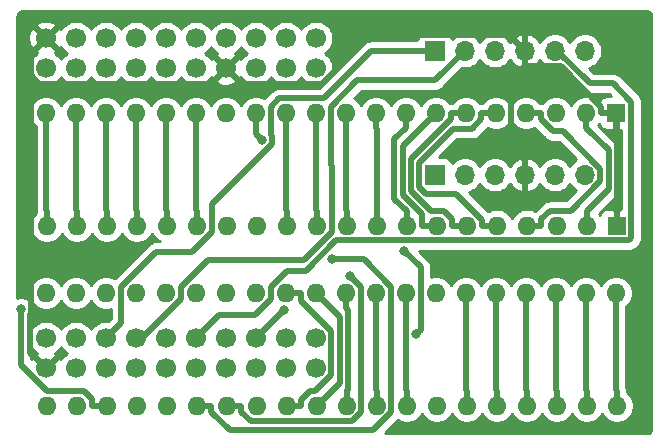
<source format=gbl>
G04 #@! TF.GenerationSoftware,KiCad,Pcbnew,(5.1.6)-1*
G04 #@! TF.CreationDate,2021-12-03T11:20:38+02:00*
G04 #@! TF.ProjectId,df_stacked,64665f73-7461-4636-9b65-642e6b696361,rev?*
G04 #@! TF.SameCoordinates,Original*
G04 #@! TF.FileFunction,Copper,L2,Bot*
G04 #@! TF.FilePolarity,Positive*
%FSLAX46Y46*%
G04 Gerber Fmt 4.6, Leading zero omitted, Abs format (unit mm)*
G04 Created by KiCad (PCBNEW (5.1.6)-1) date 2021-12-03 11:20:38*
%MOMM*%
%LPD*%
G01*
G04 APERTURE LIST*
G04 #@! TA.AperFunction,ComponentPad*
%ADD10C,1.700000*%
G04 #@! TD*
G04 #@! TA.AperFunction,ComponentPad*
%ADD11O,1.600000X1.600000*%
G04 #@! TD*
G04 #@! TA.AperFunction,ComponentPad*
%ADD12R,1.600000X1.600000*%
G04 #@! TD*
G04 #@! TA.AperFunction,ComponentPad*
%ADD13O,1.700000X1.700000*%
G04 #@! TD*
G04 #@! TA.AperFunction,ComponentPad*
%ADD14R,1.700000X1.700000*%
G04 #@! TD*
G04 #@! TA.AperFunction,ViaPad*
%ADD15C,0.800000*%
G04 #@! TD*
G04 #@! TA.AperFunction,Conductor*
%ADD16C,0.500000*%
G04 #@! TD*
G04 #@! TA.AperFunction,Conductor*
%ADD17C,0.254000*%
G04 #@! TD*
G04 APERTURE END LIST*
D10*
X152070000Y-110330000D03*
X152070000Y-112870000D03*
X154610000Y-112870000D03*
X154610000Y-110330000D03*
X157150000Y-112870000D03*
X157150000Y-110330000D03*
X159690000Y-112870000D03*
X159690000Y-110330000D03*
X162230000Y-112870000D03*
X162230000Y-110330000D03*
X164770000Y-112870000D03*
X164770000Y-110330000D03*
X167310000Y-112870000D03*
X167310000Y-110330000D03*
X169850000Y-112870000D03*
X169850000Y-110330000D03*
X172390000Y-112870000D03*
X172390000Y-110330000D03*
X174930000Y-112870000D03*
X174930000Y-110330000D03*
X152070000Y-87470000D03*
X152070000Y-84930000D03*
X154610000Y-87470000D03*
X154610000Y-84930000D03*
X157150000Y-87470000D03*
X157150000Y-84930000D03*
X159690000Y-87470000D03*
X159690000Y-84930000D03*
X162230000Y-87470000D03*
X162230000Y-84930000D03*
X164770000Y-87470000D03*
X164770000Y-84930000D03*
X167310000Y-87470000D03*
X167310000Y-84930000D03*
X169850000Y-87470000D03*
X169850000Y-84930000D03*
X172390000Y-87470000D03*
X172390000Y-84930000D03*
X174930000Y-87470000D03*
X174930000Y-84930000D03*
D11*
X200340000Y-106500000D03*
X152080000Y-91260000D03*
X197800000Y-106500000D03*
X154620000Y-91260000D03*
X195260000Y-106500000D03*
X157160000Y-91260000D03*
X192720000Y-106500000D03*
X159700000Y-91260000D03*
X190180000Y-106500000D03*
X162240000Y-91260000D03*
X187640000Y-106500000D03*
X164780000Y-91260000D03*
X185100000Y-106500000D03*
X167320000Y-91260000D03*
X182560000Y-106500000D03*
X169860000Y-91260000D03*
X180020000Y-106500000D03*
X172400000Y-91260000D03*
X177480000Y-106500000D03*
X174940000Y-91260000D03*
X174940000Y-106500000D03*
X177480000Y-91260000D03*
X172400000Y-106500000D03*
X180020000Y-91260000D03*
X169860000Y-106500000D03*
X182560000Y-91260000D03*
X167320000Y-106500000D03*
X185100000Y-91260000D03*
X164780000Y-106500000D03*
X187640000Y-91260000D03*
X162240000Y-106500000D03*
X190180000Y-91260000D03*
X159700000Y-106500000D03*
X192720000Y-91260000D03*
X157160000Y-106500000D03*
X195260000Y-91260000D03*
X154620000Y-106500000D03*
X197800000Y-91260000D03*
X152080000Y-106500000D03*
D12*
X200340000Y-91260000D03*
D11*
X200400000Y-116040000D03*
X152140000Y-100800000D03*
X197860000Y-116040000D03*
X154680000Y-100800000D03*
X195320000Y-116040000D03*
X157220000Y-100800000D03*
X192780000Y-116040000D03*
X159760000Y-100800000D03*
X190240000Y-116040000D03*
X162300000Y-100800000D03*
X187700000Y-116040000D03*
X164840000Y-100800000D03*
X185160000Y-116040000D03*
X167380000Y-100800000D03*
X182620000Y-116040000D03*
X169920000Y-100800000D03*
X180080000Y-116040000D03*
X172460000Y-100800000D03*
X177540000Y-116040000D03*
X175000000Y-100800000D03*
X175000000Y-116040000D03*
X177540000Y-100800000D03*
X172460000Y-116040000D03*
X180080000Y-100800000D03*
X169920000Y-116040000D03*
X182620000Y-100800000D03*
X167380000Y-116040000D03*
X185160000Y-100800000D03*
X164840000Y-116040000D03*
X187700000Y-100800000D03*
X162300000Y-116040000D03*
X190240000Y-100800000D03*
X159760000Y-116040000D03*
X192780000Y-100800000D03*
X157220000Y-116040000D03*
X195320000Y-100800000D03*
X154680000Y-116040000D03*
X197860000Y-100800000D03*
X152140000Y-116040000D03*
D12*
X200400000Y-100800000D03*
D13*
X195160000Y-96500000D03*
X197700000Y-96500000D03*
X192620000Y-96500000D03*
D14*
X185000000Y-96500000D03*
D13*
X190080000Y-96500000D03*
X187540000Y-96500000D03*
X197700000Y-86000000D03*
X195160000Y-86000000D03*
X192620000Y-86000000D03*
X190080000Y-86000000D03*
X187540000Y-86000000D03*
D14*
X185000000Y-86000000D03*
D15*
X172258400Y-107921600D03*
X170328400Y-93531600D03*
X177841400Y-105030000D03*
X176256200Y-103654700D03*
X182414700Y-102916400D03*
X183446800Y-109980500D03*
X149965000Y-107877900D03*
D16*
X169850000Y-110330000D02*
X172258400Y-107921600D01*
X152140000Y-100800000D02*
X152140000Y-99549700D01*
X152140000Y-99549700D02*
X152080000Y-99489700D01*
X152080000Y-99489700D02*
X152080000Y-91260000D01*
X151525300Y-88772800D02*
X150768900Y-88016400D01*
X150768900Y-88016400D02*
X150768900Y-86231100D01*
X150768900Y-86231100D02*
X152070000Y-84930000D01*
X167310000Y-87470000D02*
X166007200Y-88772800D01*
X166007200Y-88772800D02*
X151525300Y-88772800D01*
X151525300Y-88772800D02*
X150818800Y-89479300D01*
X150818800Y-89479300D02*
X150818800Y-108233400D01*
X150818800Y-108233400D02*
X150743700Y-108308500D01*
X150743700Y-108308500D02*
X150743700Y-111543700D01*
X150743700Y-111543700D02*
X152070000Y-112870000D01*
X167310000Y-87470000D02*
X168612000Y-88772000D01*
X168612000Y-88772000D02*
X175484500Y-88772000D01*
X175484500Y-88772000D02*
X179578400Y-84678100D01*
X179578400Y-84678100D02*
X191298100Y-84678100D01*
X191298100Y-84678100D02*
X192620000Y-86000000D01*
X192620000Y-87300300D02*
X195677000Y-87300300D01*
X195677000Y-87300300D02*
X199089700Y-90713000D01*
X199089700Y-90713000D02*
X199089700Y-91260000D01*
X192620000Y-87300300D02*
X191450100Y-88470200D01*
X191450100Y-88470200D02*
X191450100Y-94029800D01*
X191450100Y-94029800D02*
X192620000Y-95199700D01*
X200340000Y-91260000D02*
X200340000Y-92510300D01*
X200400000Y-99549700D02*
X200416200Y-99533500D01*
X200416200Y-99533500D02*
X200416200Y-92586500D01*
X200416200Y-92586500D02*
X200340000Y-92510300D01*
X200400000Y-100800000D02*
X200400000Y-99549700D01*
X200340000Y-91260000D02*
X199089700Y-91260000D01*
X192620000Y-87125200D02*
X192620000Y-87300300D01*
X192620000Y-86000000D02*
X192620000Y-87125200D01*
X192620000Y-96500000D02*
X192620000Y-95199700D01*
X170328400Y-93531600D02*
X169860000Y-93063200D01*
X169860000Y-93063200D02*
X169860000Y-91260000D01*
X200400000Y-116040000D02*
X200400000Y-114789700D01*
X200400000Y-114789700D02*
X200340000Y-114729700D01*
X200340000Y-114729700D02*
X200340000Y-106500000D01*
X197860000Y-116040000D02*
X197860000Y-114789700D01*
X197860000Y-114789700D02*
X197800000Y-114729700D01*
X197800000Y-114729700D02*
X197800000Y-106500000D01*
X154680000Y-100800000D02*
X154680000Y-99549700D01*
X154680000Y-99549700D02*
X154620000Y-99489700D01*
X154620000Y-99489700D02*
X154620000Y-91260000D01*
X195320000Y-116040000D02*
X195320000Y-114789700D01*
X195320000Y-114789700D02*
X195260000Y-114729700D01*
X195260000Y-114729700D02*
X195260000Y-106500000D01*
X157220000Y-100800000D02*
X157220000Y-99549700D01*
X157220000Y-99549700D02*
X157160000Y-99489700D01*
X157160000Y-99489700D02*
X157160000Y-91260000D01*
X192780000Y-116040000D02*
X192780000Y-114789700D01*
X192780000Y-114789700D02*
X192720000Y-114729700D01*
X192720000Y-114729700D02*
X192720000Y-106500000D01*
X159760000Y-100800000D02*
X159760000Y-99549700D01*
X159760000Y-99549700D02*
X159700000Y-99489700D01*
X159700000Y-99489700D02*
X159700000Y-91260000D01*
X190240000Y-116040000D02*
X190240000Y-114789700D01*
X190240000Y-114789700D02*
X190180000Y-114729700D01*
X190180000Y-114729700D02*
X190180000Y-106500000D01*
X162300000Y-100800000D02*
X162300000Y-99549700D01*
X162300000Y-99549700D02*
X162240000Y-99489700D01*
X162240000Y-99489700D02*
X162240000Y-91260000D01*
X187700000Y-116040000D02*
X187700000Y-114789700D01*
X187700000Y-114789700D02*
X187640000Y-114729700D01*
X187640000Y-114729700D02*
X187640000Y-106500000D01*
X164840000Y-100800000D02*
X164840000Y-99549700D01*
X164840000Y-99549700D02*
X164780000Y-99489700D01*
X164780000Y-99489700D02*
X164780000Y-91260000D01*
X182620000Y-116040000D02*
X182620000Y-114789700D01*
X182620000Y-114789700D02*
X182560000Y-114729700D01*
X182560000Y-114729700D02*
X182560000Y-106500000D01*
X180080000Y-116040000D02*
X180080000Y-114789700D01*
X180080000Y-114789700D02*
X180020000Y-114729700D01*
X180020000Y-114729700D02*
X180020000Y-106500000D01*
X172460000Y-100800000D02*
X172460000Y-99549700D01*
X172460000Y-99549700D02*
X172400000Y-99489700D01*
X172400000Y-99489700D02*
X172400000Y-91260000D01*
X177480000Y-106500000D02*
X177480000Y-107750300D01*
X177540000Y-116040000D02*
X177540000Y-114789700D01*
X177540000Y-114789700D02*
X177671600Y-114658100D01*
X177671600Y-114658100D02*
X177671600Y-107941900D01*
X177671600Y-107941900D02*
X177480000Y-107750300D01*
X175000000Y-100800000D02*
X175000000Y-99549700D01*
X175000000Y-99549700D02*
X174940000Y-99489700D01*
X174940000Y-99489700D02*
X174940000Y-91260000D01*
X175000000Y-116040000D02*
X176937100Y-114102900D01*
X176937100Y-114102900D02*
X176937100Y-108497100D01*
X176937100Y-108497100D02*
X174940000Y-106500000D01*
X177540000Y-100800000D02*
X177540000Y-99549700D01*
X177540000Y-99549700D02*
X177480000Y-99489700D01*
X177480000Y-99489700D02*
X177480000Y-91260000D01*
X172400000Y-106500000D02*
X173650300Y-106500000D01*
X172460000Y-116040000D02*
X173710300Y-116040000D01*
X173710300Y-116040000D02*
X173710300Y-115520400D01*
X173710300Y-115520400D02*
X174441000Y-114789700D01*
X174441000Y-114789700D02*
X174879600Y-114789700D01*
X174879600Y-114789700D02*
X176233300Y-113436000D01*
X176233300Y-113436000D02*
X176233300Y-109739200D01*
X176233300Y-109739200D02*
X173650300Y-107156200D01*
X173650300Y-107156200D02*
X173650300Y-106500000D01*
X180020000Y-91260000D02*
X180020000Y-92510300D01*
X180080000Y-100800000D02*
X180080000Y-92570300D01*
X180080000Y-92570300D02*
X180020000Y-92510300D01*
X182560000Y-91260000D02*
X182560000Y-92510300D01*
X182620000Y-100800000D02*
X182620000Y-99549700D01*
X182620000Y-99549700D02*
X181572400Y-98502100D01*
X181572400Y-98502100D02*
X181572400Y-93497900D01*
X181572400Y-93497900D02*
X182560000Y-92510300D01*
X168630300Y-116040000D02*
X168630300Y-116587000D01*
X168630300Y-116587000D02*
X169407100Y-117363800D01*
X169407100Y-117363800D02*
X177991000Y-117363800D01*
X177991000Y-117363800D02*
X178790400Y-116564400D01*
X178790400Y-116564400D02*
X178790400Y-111630700D01*
X178790400Y-111630700D02*
X178766900Y-111607200D01*
X178766900Y-111607200D02*
X178766900Y-105955500D01*
X178766900Y-105955500D02*
X177841400Y-105030000D01*
X167380000Y-116040000D02*
X168630300Y-116040000D01*
X185160000Y-100800000D02*
X183909700Y-100800000D01*
X183909700Y-100800000D02*
X183909700Y-99835400D01*
X183909700Y-99835400D02*
X182275100Y-98200800D01*
X182275100Y-98200800D02*
X182275100Y-94084900D01*
X182275100Y-94084900D02*
X185100000Y-91260000D01*
X176256200Y-103654700D02*
X178984800Y-103654700D01*
X178984800Y-103654700D02*
X181290000Y-105959900D01*
X181290000Y-105959900D02*
X181290000Y-111590300D01*
X181290000Y-111590300D02*
X181330400Y-111630700D01*
X181330400Y-111630700D02*
X181330400Y-116564400D01*
X181330400Y-116564400D02*
X179786600Y-118108200D01*
X179786600Y-118108200D02*
X167628500Y-118108200D01*
X167628500Y-118108200D02*
X166090300Y-116570000D01*
X166090300Y-116570000D02*
X166090300Y-116040000D01*
X164840000Y-116040000D02*
X166090300Y-116040000D01*
X187640000Y-91260000D02*
X186389700Y-91260000D01*
X187700000Y-100800000D02*
X186449700Y-100800000D01*
X186449700Y-100800000D02*
X186449700Y-100252900D01*
X186449700Y-100252900D02*
X185746500Y-99549700D01*
X185746500Y-99549700D02*
X184685200Y-99549700D01*
X184685200Y-99549700D02*
X182977900Y-97842400D01*
X182977900Y-97842400D02*
X182977900Y-95165000D01*
X182977900Y-95165000D02*
X186389700Y-91753200D01*
X186389700Y-91753200D02*
X186389700Y-91260000D01*
X188989700Y-100800000D02*
X188989700Y-100279900D01*
X188989700Y-100279900D02*
X186799800Y-98090000D01*
X186799800Y-98090000D02*
X184248900Y-98090000D01*
X184248900Y-98090000D02*
X183694700Y-97535800D01*
X183694700Y-97535800D02*
X183694700Y-95453100D01*
X183694700Y-95453100D02*
X186542700Y-92605100D01*
X186542700Y-92605100D02*
X188128500Y-92605100D01*
X188128500Y-92605100D02*
X188929700Y-91803900D01*
X188929700Y-91803900D02*
X188929700Y-91260000D01*
X190180000Y-91260000D02*
X188929700Y-91260000D01*
X190240000Y-100800000D02*
X188989700Y-100800000D01*
X182414700Y-102916400D02*
X183830000Y-104331700D01*
X183830000Y-104331700D02*
X183830000Y-109597300D01*
X183830000Y-109597300D02*
X183446800Y-109980500D01*
X192720000Y-91260000D02*
X193970300Y-91260000D01*
X192780000Y-100800000D02*
X194030300Y-100800000D01*
X194030300Y-100800000D02*
X194030300Y-100252900D01*
X194030300Y-100252900D02*
X194733500Y-99549700D01*
X194733500Y-99549700D02*
X196499100Y-99549700D01*
X196499100Y-99549700D02*
X199015600Y-97033200D01*
X199015600Y-97033200D02*
X199015600Y-95965600D01*
X199015600Y-95965600D02*
X195863000Y-92813000D01*
X195863000Y-92813000D02*
X194979400Y-92813000D01*
X194979400Y-92813000D02*
X193970300Y-91803900D01*
X193970300Y-91803900D02*
X193970300Y-91260000D01*
X155969700Y-116040000D02*
X155969700Y-115492900D01*
X155969700Y-115492900D02*
X155266500Y-114789700D01*
X155266500Y-114789700D02*
X152132000Y-114789700D01*
X152132000Y-114789700D02*
X149965000Y-112622700D01*
X149965000Y-112622700D02*
X149965000Y-107877900D01*
X157220000Y-116040000D02*
X155969700Y-116040000D01*
X197860000Y-99549700D02*
X199715900Y-97693800D01*
X199715900Y-97693800D02*
X199715900Y-94426200D01*
X199715900Y-94426200D02*
X197800000Y-92510300D01*
X197800000Y-91260000D02*
X197800000Y-92510300D01*
X197860000Y-100800000D02*
X197860000Y-99549700D01*
X195160000Y-86000000D02*
X195367200Y-86000000D01*
X195367200Y-86000000D02*
X198118600Y-88751400D01*
X198118600Y-88751400D02*
X200105300Y-88751400D01*
X200105300Y-88751400D02*
X201650400Y-90296500D01*
X201650400Y-90296500D02*
X201650400Y-101866700D01*
X201650400Y-101866700D02*
X201466800Y-102050300D01*
X201466800Y-102050300D02*
X176658100Y-102050300D01*
X176658100Y-102050300D02*
X174106500Y-104601900D01*
X174106500Y-104601900D02*
X172491500Y-104601900D01*
X172491500Y-104601900D02*
X171130000Y-105963400D01*
X171130000Y-105963400D02*
X171130000Y-107020800D01*
X171130000Y-107020800D02*
X169776100Y-108374700D01*
X169776100Y-108374700D02*
X166725300Y-108374700D01*
X166725300Y-108374700D02*
X164770000Y-110330000D01*
X159690000Y-110330000D02*
X159690000Y-110329900D01*
X159690000Y-110329900D02*
X160193400Y-110329900D01*
X160193400Y-110329900D02*
X163510000Y-107013300D01*
X163510000Y-107013300D02*
X163510000Y-105991200D01*
X163510000Y-105991200D02*
X165791100Y-103710100D01*
X165791100Y-103710100D02*
X173905400Y-103710100D01*
X173905400Y-103710100D02*
X176270000Y-101345500D01*
X176270000Y-101345500D02*
X176270000Y-95709700D01*
X176270000Y-95709700D02*
X176229600Y-95669300D01*
X176229600Y-95669300D02*
X176229600Y-90710000D01*
X176229600Y-90710000D02*
X178440300Y-88499300D01*
X178440300Y-88499300D02*
X185040700Y-88499300D01*
X185040700Y-88499300D02*
X187540000Y-86000000D01*
X157150000Y-110330000D02*
X158430000Y-109050000D01*
X158430000Y-109050000D02*
X158430000Y-105963300D01*
X158430000Y-105963300D02*
X161403200Y-102990100D01*
X161403200Y-102990100D02*
X164450100Y-102990100D01*
X164450100Y-102990100D02*
X166098600Y-101341600D01*
X166098600Y-101341600D02*
X166098600Y-98964000D01*
X166098600Y-98964000D02*
X171178700Y-93883900D01*
X171178700Y-93883900D02*
X171178700Y-93179300D01*
X171178700Y-93179300D02*
X171130000Y-93130600D01*
X171130000Y-93130600D02*
X171130000Y-90708800D01*
X171130000Y-90708800D02*
X171829200Y-90009600D01*
X171829200Y-90009600D02*
X175582400Y-90009600D01*
X175582400Y-90009600D02*
X179592000Y-86000000D01*
X179592000Y-86000000D02*
X185000000Y-86000000D01*
D17*
G36*
X203065424Y-82669580D02*
G01*
X203128356Y-82688580D01*
X203186405Y-82719445D01*
X203237343Y-82760989D01*
X203279248Y-82811644D01*
X203310515Y-82869471D01*
X203329956Y-82932272D01*
X203340000Y-83027835D01*
X203340001Y-117967711D01*
X203330420Y-118065424D01*
X203311420Y-118128357D01*
X203280554Y-118186406D01*
X203239011Y-118237343D01*
X203188356Y-118279248D01*
X203130529Y-118310515D01*
X203067728Y-118329956D01*
X202972165Y-118340000D01*
X180806378Y-118340000D01*
X181876986Y-117269393D01*
X181940273Y-117311680D01*
X182201426Y-117419853D01*
X182478665Y-117475000D01*
X182761335Y-117475000D01*
X183038574Y-117419853D01*
X183299727Y-117311680D01*
X183534759Y-117154637D01*
X183734637Y-116954759D01*
X183890000Y-116722241D01*
X184045363Y-116954759D01*
X184245241Y-117154637D01*
X184480273Y-117311680D01*
X184741426Y-117419853D01*
X185018665Y-117475000D01*
X185301335Y-117475000D01*
X185578574Y-117419853D01*
X185839727Y-117311680D01*
X186074759Y-117154637D01*
X186274637Y-116954759D01*
X186430000Y-116722241D01*
X186585363Y-116954759D01*
X186785241Y-117154637D01*
X187020273Y-117311680D01*
X187281426Y-117419853D01*
X187558665Y-117475000D01*
X187841335Y-117475000D01*
X188118574Y-117419853D01*
X188379727Y-117311680D01*
X188614759Y-117154637D01*
X188814637Y-116954759D01*
X188970000Y-116722241D01*
X189125363Y-116954759D01*
X189325241Y-117154637D01*
X189560273Y-117311680D01*
X189821426Y-117419853D01*
X190098665Y-117475000D01*
X190381335Y-117475000D01*
X190658574Y-117419853D01*
X190919727Y-117311680D01*
X191154759Y-117154637D01*
X191354637Y-116954759D01*
X191510000Y-116722241D01*
X191665363Y-116954759D01*
X191865241Y-117154637D01*
X192100273Y-117311680D01*
X192361426Y-117419853D01*
X192638665Y-117475000D01*
X192921335Y-117475000D01*
X193198574Y-117419853D01*
X193459727Y-117311680D01*
X193694759Y-117154637D01*
X193894637Y-116954759D01*
X194050000Y-116722241D01*
X194205363Y-116954759D01*
X194405241Y-117154637D01*
X194640273Y-117311680D01*
X194901426Y-117419853D01*
X195178665Y-117475000D01*
X195461335Y-117475000D01*
X195738574Y-117419853D01*
X195999727Y-117311680D01*
X196234759Y-117154637D01*
X196434637Y-116954759D01*
X196590000Y-116722241D01*
X196745363Y-116954759D01*
X196945241Y-117154637D01*
X197180273Y-117311680D01*
X197441426Y-117419853D01*
X197718665Y-117475000D01*
X198001335Y-117475000D01*
X198278574Y-117419853D01*
X198539727Y-117311680D01*
X198774759Y-117154637D01*
X198974637Y-116954759D01*
X199130000Y-116722241D01*
X199285363Y-116954759D01*
X199485241Y-117154637D01*
X199720273Y-117311680D01*
X199981426Y-117419853D01*
X200258665Y-117475000D01*
X200541335Y-117475000D01*
X200818574Y-117419853D01*
X201079727Y-117311680D01*
X201314759Y-117154637D01*
X201514637Y-116954759D01*
X201671680Y-116719727D01*
X201779853Y-116458574D01*
X201835000Y-116181335D01*
X201835000Y-115898665D01*
X201779853Y-115621426D01*
X201671680Y-115360273D01*
X201514637Y-115125241D01*
X201314759Y-114925363D01*
X201285000Y-114905479D01*
X201285000Y-114833169D01*
X201289281Y-114789700D01*
X201285000Y-114746231D01*
X201285000Y-114746223D01*
X201272195Y-114616210D01*
X201225000Y-114460631D01*
X201225000Y-107634521D01*
X201254759Y-107614637D01*
X201454637Y-107414759D01*
X201611680Y-107179727D01*
X201719853Y-106918574D01*
X201775000Y-106641335D01*
X201775000Y-106358665D01*
X201719853Y-106081426D01*
X201611680Y-105820273D01*
X201454637Y-105585241D01*
X201254759Y-105385363D01*
X201019727Y-105228320D01*
X200758574Y-105120147D01*
X200481335Y-105065000D01*
X200198665Y-105065000D01*
X199921426Y-105120147D01*
X199660273Y-105228320D01*
X199425241Y-105385363D01*
X199225363Y-105585241D01*
X199070000Y-105817759D01*
X198914637Y-105585241D01*
X198714759Y-105385363D01*
X198479727Y-105228320D01*
X198218574Y-105120147D01*
X197941335Y-105065000D01*
X197658665Y-105065000D01*
X197381426Y-105120147D01*
X197120273Y-105228320D01*
X196885241Y-105385363D01*
X196685363Y-105585241D01*
X196530000Y-105817759D01*
X196374637Y-105585241D01*
X196174759Y-105385363D01*
X195939727Y-105228320D01*
X195678574Y-105120147D01*
X195401335Y-105065000D01*
X195118665Y-105065000D01*
X194841426Y-105120147D01*
X194580273Y-105228320D01*
X194345241Y-105385363D01*
X194145363Y-105585241D01*
X193990000Y-105817759D01*
X193834637Y-105585241D01*
X193634759Y-105385363D01*
X193399727Y-105228320D01*
X193138574Y-105120147D01*
X192861335Y-105065000D01*
X192578665Y-105065000D01*
X192301426Y-105120147D01*
X192040273Y-105228320D01*
X191805241Y-105385363D01*
X191605363Y-105585241D01*
X191450000Y-105817759D01*
X191294637Y-105585241D01*
X191094759Y-105385363D01*
X190859727Y-105228320D01*
X190598574Y-105120147D01*
X190321335Y-105065000D01*
X190038665Y-105065000D01*
X189761426Y-105120147D01*
X189500273Y-105228320D01*
X189265241Y-105385363D01*
X189065363Y-105585241D01*
X188910000Y-105817759D01*
X188754637Y-105585241D01*
X188554759Y-105385363D01*
X188319727Y-105228320D01*
X188058574Y-105120147D01*
X187781335Y-105065000D01*
X187498665Y-105065000D01*
X187221426Y-105120147D01*
X186960273Y-105228320D01*
X186725241Y-105385363D01*
X186525363Y-105585241D01*
X186370000Y-105817759D01*
X186214637Y-105585241D01*
X186014759Y-105385363D01*
X185779727Y-105228320D01*
X185518574Y-105120147D01*
X185241335Y-105065000D01*
X184958665Y-105065000D01*
X184715000Y-105113469D01*
X184715000Y-104375165D01*
X184719281Y-104331699D01*
X184715000Y-104288233D01*
X184715000Y-104288223D01*
X184702195Y-104158210D01*
X184651589Y-103991387D01*
X184569411Y-103837641D01*
X184458817Y-103702883D01*
X184425050Y-103675171D01*
X183685178Y-102935300D01*
X201423331Y-102935300D01*
X201466800Y-102939581D01*
X201510269Y-102935300D01*
X201510277Y-102935300D01*
X201640290Y-102922495D01*
X201807113Y-102871889D01*
X201960859Y-102789711D01*
X202095617Y-102679117D01*
X202123334Y-102645344D01*
X202245444Y-102523234D01*
X202279217Y-102495517D01*
X202389811Y-102360759D01*
X202471989Y-102207013D01*
X202522595Y-102040190D01*
X202535400Y-101910177D01*
X202535400Y-101910169D01*
X202539681Y-101866700D01*
X202535400Y-101823231D01*
X202535400Y-90339965D01*
X202539681Y-90296499D01*
X202535400Y-90253033D01*
X202535400Y-90253023D01*
X202522595Y-90123010D01*
X202471989Y-89956187D01*
X202389811Y-89802441D01*
X202279217Y-89667683D01*
X202245450Y-89639971D01*
X200761834Y-88156356D01*
X200734117Y-88122583D01*
X200599359Y-88011989D01*
X200445613Y-87929811D01*
X200278790Y-87879205D01*
X200148777Y-87866400D01*
X200148769Y-87866400D01*
X200105300Y-87862119D01*
X200061831Y-87866400D01*
X198485179Y-87866400D01*
X198061053Y-87442275D01*
X198133158Y-87427932D01*
X198403411Y-87315990D01*
X198646632Y-87153475D01*
X198853475Y-86946632D01*
X199015990Y-86703411D01*
X199127932Y-86433158D01*
X199185000Y-86146260D01*
X199185000Y-85853740D01*
X199127932Y-85566842D01*
X199015990Y-85296589D01*
X198853475Y-85053368D01*
X198646632Y-84846525D01*
X198403411Y-84684010D01*
X198133158Y-84572068D01*
X197846260Y-84515000D01*
X197553740Y-84515000D01*
X197266842Y-84572068D01*
X196996589Y-84684010D01*
X196753368Y-84846525D01*
X196546525Y-85053368D01*
X196430000Y-85227760D01*
X196313475Y-85053368D01*
X196106632Y-84846525D01*
X195863411Y-84684010D01*
X195593158Y-84572068D01*
X195306260Y-84515000D01*
X195013740Y-84515000D01*
X194726842Y-84572068D01*
X194456589Y-84684010D01*
X194213368Y-84846525D01*
X194006525Y-85053368D01*
X193884805Y-85235534D01*
X193815178Y-85118645D01*
X193620269Y-84902412D01*
X193386920Y-84728359D01*
X193124099Y-84603175D01*
X192976890Y-84558524D01*
X192747000Y-84679845D01*
X192747000Y-85873000D01*
X192767000Y-85873000D01*
X192767000Y-86127000D01*
X192747000Y-86127000D01*
X192747000Y-87320155D01*
X192976890Y-87441476D01*
X193124099Y-87396825D01*
X193386920Y-87271641D01*
X193620269Y-87097588D01*
X193815178Y-86881355D01*
X193884805Y-86764466D01*
X194006525Y-86946632D01*
X194213368Y-87153475D01*
X194456589Y-87315990D01*
X194726842Y-87427932D01*
X195013740Y-87485000D01*
X195306260Y-87485000D01*
X195551784Y-87436162D01*
X197462070Y-89346449D01*
X197489783Y-89380217D01*
X197523551Y-89407930D01*
X197523553Y-89407932D01*
X197531622Y-89414554D01*
X197624541Y-89490811D01*
X197778287Y-89572989D01*
X197945110Y-89623595D01*
X198075123Y-89636400D01*
X198075133Y-89636400D01*
X198118599Y-89640681D01*
X198162065Y-89636400D01*
X199738722Y-89636400D01*
X199926559Y-89824237D01*
X199540000Y-89821928D01*
X199415518Y-89834188D01*
X199295820Y-89870498D01*
X199185506Y-89929463D01*
X199088815Y-90008815D01*
X199009463Y-90105506D01*
X198950498Y-90215820D01*
X198914188Y-90335518D01*
X198913357Y-90343961D01*
X198714759Y-90145363D01*
X198479727Y-89988320D01*
X198218574Y-89880147D01*
X197941335Y-89825000D01*
X197658665Y-89825000D01*
X197381426Y-89880147D01*
X197120273Y-89988320D01*
X196885241Y-90145363D01*
X196685363Y-90345241D01*
X196530000Y-90577759D01*
X196374637Y-90345241D01*
X196174759Y-90145363D01*
X195939727Y-89988320D01*
X195678574Y-89880147D01*
X195401335Y-89825000D01*
X195118665Y-89825000D01*
X194841426Y-89880147D01*
X194580273Y-89988320D01*
X194345241Y-90145363D01*
X194145363Y-90345241D01*
X194118582Y-90385322D01*
X194013777Y-90375000D01*
X193970300Y-90370718D01*
X193926824Y-90375000D01*
X193854521Y-90375000D01*
X193834637Y-90345241D01*
X193634759Y-90145363D01*
X193399727Y-89988320D01*
X193138574Y-89880147D01*
X192861335Y-89825000D01*
X192578665Y-89825000D01*
X192301426Y-89880147D01*
X192040273Y-89988320D01*
X191805241Y-90145363D01*
X191605363Y-90345241D01*
X191450000Y-90577759D01*
X191294637Y-90345241D01*
X191094759Y-90145363D01*
X190859727Y-89988320D01*
X190598574Y-89880147D01*
X190321335Y-89825000D01*
X190038665Y-89825000D01*
X189761426Y-89880147D01*
X189500273Y-89988320D01*
X189265241Y-90145363D01*
X189065363Y-90345241D01*
X189045479Y-90375000D01*
X188973177Y-90375000D01*
X188929700Y-90370718D01*
X188886224Y-90375000D01*
X188886223Y-90375000D01*
X188781418Y-90385322D01*
X188754637Y-90345241D01*
X188554759Y-90145363D01*
X188319727Y-89988320D01*
X188058574Y-89880147D01*
X187781335Y-89825000D01*
X187498665Y-89825000D01*
X187221426Y-89880147D01*
X186960273Y-89988320D01*
X186725241Y-90145363D01*
X186525363Y-90345241D01*
X186505479Y-90375000D01*
X186433177Y-90375000D01*
X186389700Y-90370718D01*
X186346224Y-90375000D01*
X186346223Y-90375000D01*
X186241418Y-90385322D01*
X186214637Y-90345241D01*
X186014759Y-90145363D01*
X185779727Y-89988320D01*
X185518574Y-89880147D01*
X185241335Y-89825000D01*
X184958665Y-89825000D01*
X184681426Y-89880147D01*
X184420273Y-89988320D01*
X184185241Y-90145363D01*
X183985363Y-90345241D01*
X183830000Y-90577759D01*
X183674637Y-90345241D01*
X183474759Y-90145363D01*
X183239727Y-89988320D01*
X182978574Y-89880147D01*
X182701335Y-89825000D01*
X182418665Y-89825000D01*
X182141426Y-89880147D01*
X181880273Y-89988320D01*
X181645241Y-90145363D01*
X181445363Y-90345241D01*
X181290000Y-90577759D01*
X181134637Y-90345241D01*
X180934759Y-90145363D01*
X180699727Y-89988320D01*
X180438574Y-89880147D01*
X180161335Y-89825000D01*
X179878665Y-89825000D01*
X179601426Y-89880147D01*
X179340273Y-89988320D01*
X179105241Y-90145363D01*
X178905363Y-90345241D01*
X178750000Y-90577759D01*
X178594637Y-90345241D01*
X178394759Y-90145363D01*
X178185583Y-90005596D01*
X178806879Y-89384300D01*
X184997231Y-89384300D01*
X185040700Y-89388581D01*
X185084169Y-89384300D01*
X185084177Y-89384300D01*
X185214190Y-89371495D01*
X185381013Y-89320889D01*
X185534759Y-89238711D01*
X185669517Y-89128117D01*
X185697234Y-89094344D01*
X187321040Y-87470539D01*
X187393740Y-87485000D01*
X187686260Y-87485000D01*
X187973158Y-87427932D01*
X188243411Y-87315990D01*
X188486632Y-87153475D01*
X188693475Y-86946632D01*
X188810000Y-86772240D01*
X188926525Y-86946632D01*
X189133368Y-87153475D01*
X189376589Y-87315990D01*
X189646842Y-87427932D01*
X189933740Y-87485000D01*
X190226260Y-87485000D01*
X190513158Y-87427932D01*
X190783411Y-87315990D01*
X191026632Y-87153475D01*
X191233475Y-86946632D01*
X191355195Y-86764466D01*
X191424822Y-86881355D01*
X191619731Y-87097588D01*
X191853080Y-87271641D01*
X192115901Y-87396825D01*
X192263110Y-87441476D01*
X192493000Y-87320155D01*
X192493000Y-86127000D01*
X192473000Y-86127000D01*
X192473000Y-85873000D01*
X192493000Y-85873000D01*
X192493000Y-84679845D01*
X192263110Y-84558524D01*
X192115901Y-84603175D01*
X191853080Y-84728359D01*
X191619731Y-84902412D01*
X191424822Y-85118645D01*
X191355195Y-85235534D01*
X191233475Y-85053368D01*
X191026632Y-84846525D01*
X190783411Y-84684010D01*
X190513158Y-84572068D01*
X190226260Y-84515000D01*
X189933740Y-84515000D01*
X189646842Y-84572068D01*
X189376589Y-84684010D01*
X189133368Y-84846525D01*
X188926525Y-85053368D01*
X188810000Y-85227760D01*
X188693475Y-85053368D01*
X188486632Y-84846525D01*
X188243411Y-84684010D01*
X187973158Y-84572068D01*
X187686260Y-84515000D01*
X187393740Y-84515000D01*
X187106842Y-84572068D01*
X186836589Y-84684010D01*
X186593368Y-84846525D01*
X186461513Y-84978380D01*
X186439502Y-84905820D01*
X186380537Y-84795506D01*
X186301185Y-84698815D01*
X186204494Y-84619463D01*
X186094180Y-84560498D01*
X185974482Y-84524188D01*
X185850000Y-84511928D01*
X184150000Y-84511928D01*
X184025518Y-84524188D01*
X183905820Y-84560498D01*
X183795506Y-84619463D01*
X183698815Y-84698815D01*
X183619463Y-84795506D01*
X183560498Y-84905820D01*
X183524188Y-85025518D01*
X183515375Y-85115000D01*
X179635469Y-85115000D01*
X179592000Y-85110719D01*
X179548531Y-85115000D01*
X179548523Y-85115000D01*
X179418510Y-85127805D01*
X179251687Y-85178411D01*
X179097941Y-85260589D01*
X178996953Y-85343468D01*
X178996951Y-85343470D01*
X178963183Y-85371183D01*
X178935470Y-85404951D01*
X176301836Y-88038585D01*
X176357932Y-87903158D01*
X176415000Y-87616260D01*
X176415000Y-87323740D01*
X176357932Y-87036842D01*
X176245990Y-86766589D01*
X176083475Y-86523368D01*
X175876632Y-86316525D01*
X175702240Y-86200000D01*
X175876632Y-86083475D01*
X176083475Y-85876632D01*
X176245990Y-85633411D01*
X176357932Y-85363158D01*
X176415000Y-85076260D01*
X176415000Y-84783740D01*
X176357932Y-84496842D01*
X176245990Y-84226589D01*
X176083475Y-83983368D01*
X175876632Y-83776525D01*
X175633411Y-83614010D01*
X175363158Y-83502068D01*
X175076260Y-83445000D01*
X174783740Y-83445000D01*
X174496842Y-83502068D01*
X174226589Y-83614010D01*
X173983368Y-83776525D01*
X173776525Y-83983368D01*
X173660000Y-84157760D01*
X173543475Y-83983368D01*
X173336632Y-83776525D01*
X173093411Y-83614010D01*
X172823158Y-83502068D01*
X172536260Y-83445000D01*
X172243740Y-83445000D01*
X171956842Y-83502068D01*
X171686589Y-83614010D01*
X171443368Y-83776525D01*
X171236525Y-83983368D01*
X171120000Y-84157760D01*
X171003475Y-83983368D01*
X170796632Y-83776525D01*
X170553411Y-83614010D01*
X170283158Y-83502068D01*
X169996260Y-83445000D01*
X169703740Y-83445000D01*
X169416842Y-83502068D01*
X169146589Y-83614010D01*
X168903368Y-83776525D01*
X168696525Y-83983368D01*
X168580000Y-84157760D01*
X168463475Y-83983368D01*
X168256632Y-83776525D01*
X168013411Y-83614010D01*
X167743158Y-83502068D01*
X167456260Y-83445000D01*
X167163740Y-83445000D01*
X166876842Y-83502068D01*
X166606589Y-83614010D01*
X166363368Y-83776525D01*
X166156525Y-83983368D01*
X166040000Y-84157760D01*
X165923475Y-83983368D01*
X165716632Y-83776525D01*
X165473411Y-83614010D01*
X165203158Y-83502068D01*
X164916260Y-83445000D01*
X164623740Y-83445000D01*
X164336842Y-83502068D01*
X164066589Y-83614010D01*
X163823368Y-83776525D01*
X163616525Y-83983368D01*
X163500000Y-84157760D01*
X163383475Y-83983368D01*
X163176632Y-83776525D01*
X162933411Y-83614010D01*
X162663158Y-83502068D01*
X162376260Y-83445000D01*
X162083740Y-83445000D01*
X161796842Y-83502068D01*
X161526589Y-83614010D01*
X161283368Y-83776525D01*
X161076525Y-83983368D01*
X160960000Y-84157760D01*
X160843475Y-83983368D01*
X160636632Y-83776525D01*
X160393411Y-83614010D01*
X160123158Y-83502068D01*
X159836260Y-83445000D01*
X159543740Y-83445000D01*
X159256842Y-83502068D01*
X158986589Y-83614010D01*
X158743368Y-83776525D01*
X158536525Y-83983368D01*
X158420000Y-84157760D01*
X158303475Y-83983368D01*
X158096632Y-83776525D01*
X157853411Y-83614010D01*
X157583158Y-83502068D01*
X157296260Y-83445000D01*
X157003740Y-83445000D01*
X156716842Y-83502068D01*
X156446589Y-83614010D01*
X156203368Y-83776525D01*
X155996525Y-83983368D01*
X155880000Y-84157760D01*
X155763475Y-83983368D01*
X155556632Y-83776525D01*
X155313411Y-83614010D01*
X155043158Y-83502068D01*
X154756260Y-83445000D01*
X154463740Y-83445000D01*
X154176842Y-83502068D01*
X153906589Y-83614010D01*
X153663368Y-83776525D01*
X153456525Y-83983368D01*
X153340689Y-84156729D01*
X153098397Y-84081208D01*
X152249605Y-84930000D01*
X153098397Y-85778792D01*
X153340689Y-85703271D01*
X153456525Y-85876632D01*
X153663368Y-86083475D01*
X153837760Y-86200000D01*
X153663368Y-86316525D01*
X153456525Y-86523368D01*
X153340000Y-86697760D01*
X153223475Y-86523368D01*
X153016632Y-86316525D01*
X152843271Y-86200689D01*
X152918792Y-85958397D01*
X152070000Y-85109605D01*
X151221208Y-85958397D01*
X151296729Y-86200689D01*
X151123368Y-86316525D01*
X150916525Y-86523368D01*
X150754010Y-86766589D01*
X150642068Y-87036842D01*
X150585000Y-87323740D01*
X150585000Y-87616260D01*
X150642068Y-87903158D01*
X150754010Y-88173411D01*
X150916525Y-88416632D01*
X151123368Y-88623475D01*
X151366589Y-88785990D01*
X151636842Y-88897932D01*
X151923740Y-88955000D01*
X152216260Y-88955000D01*
X152503158Y-88897932D01*
X152773411Y-88785990D01*
X153016632Y-88623475D01*
X153223475Y-88416632D01*
X153340000Y-88242240D01*
X153456525Y-88416632D01*
X153663368Y-88623475D01*
X153906589Y-88785990D01*
X154176842Y-88897932D01*
X154463740Y-88955000D01*
X154756260Y-88955000D01*
X155043158Y-88897932D01*
X155313411Y-88785990D01*
X155556632Y-88623475D01*
X155763475Y-88416632D01*
X155880000Y-88242240D01*
X155996525Y-88416632D01*
X156203368Y-88623475D01*
X156446589Y-88785990D01*
X156716842Y-88897932D01*
X157003740Y-88955000D01*
X157296260Y-88955000D01*
X157583158Y-88897932D01*
X157853411Y-88785990D01*
X158096632Y-88623475D01*
X158303475Y-88416632D01*
X158420000Y-88242240D01*
X158536525Y-88416632D01*
X158743368Y-88623475D01*
X158986589Y-88785990D01*
X159256842Y-88897932D01*
X159543740Y-88955000D01*
X159836260Y-88955000D01*
X160123158Y-88897932D01*
X160393411Y-88785990D01*
X160636632Y-88623475D01*
X160843475Y-88416632D01*
X160960000Y-88242240D01*
X161076525Y-88416632D01*
X161283368Y-88623475D01*
X161526589Y-88785990D01*
X161796842Y-88897932D01*
X162083740Y-88955000D01*
X162376260Y-88955000D01*
X162663158Y-88897932D01*
X162933411Y-88785990D01*
X163176632Y-88623475D01*
X163383475Y-88416632D01*
X163500000Y-88242240D01*
X163616525Y-88416632D01*
X163823368Y-88623475D01*
X164066589Y-88785990D01*
X164336842Y-88897932D01*
X164623740Y-88955000D01*
X164916260Y-88955000D01*
X165203158Y-88897932D01*
X165473411Y-88785990D01*
X165716632Y-88623475D01*
X165841710Y-88498397D01*
X166461208Y-88498397D01*
X166538843Y-88747472D01*
X166802883Y-88873371D01*
X167086411Y-88945339D01*
X167378531Y-88960611D01*
X167668019Y-88918599D01*
X167943747Y-88820919D01*
X168081157Y-88747472D01*
X168158792Y-88498397D01*
X167310000Y-87649605D01*
X166461208Y-88498397D01*
X165841710Y-88498397D01*
X165923475Y-88416632D01*
X166039311Y-88243271D01*
X166281603Y-88318792D01*
X167130395Y-87470000D01*
X166281603Y-86621208D01*
X166039311Y-86696729D01*
X165923475Y-86523368D01*
X165716632Y-86316525D01*
X165542240Y-86200000D01*
X165716632Y-86083475D01*
X165923475Y-85876632D01*
X166040000Y-85702240D01*
X166156525Y-85876632D01*
X166363368Y-86083475D01*
X166536729Y-86199311D01*
X166461208Y-86441603D01*
X167310000Y-87290395D01*
X168158792Y-86441603D01*
X168083271Y-86199311D01*
X168256632Y-86083475D01*
X168463475Y-85876632D01*
X168580000Y-85702240D01*
X168696525Y-85876632D01*
X168903368Y-86083475D01*
X169077760Y-86200000D01*
X168903368Y-86316525D01*
X168696525Y-86523368D01*
X168580689Y-86696729D01*
X168338397Y-86621208D01*
X167489605Y-87470000D01*
X168338397Y-88318792D01*
X168580689Y-88243271D01*
X168696525Y-88416632D01*
X168903368Y-88623475D01*
X169146589Y-88785990D01*
X169416842Y-88897932D01*
X169703740Y-88955000D01*
X169996260Y-88955000D01*
X170283158Y-88897932D01*
X170553411Y-88785990D01*
X170796632Y-88623475D01*
X171003475Y-88416632D01*
X171120000Y-88242240D01*
X171236525Y-88416632D01*
X171443368Y-88623475D01*
X171686589Y-88785990D01*
X171956842Y-88897932D01*
X172243740Y-88955000D01*
X172536260Y-88955000D01*
X172823158Y-88897932D01*
X173093411Y-88785990D01*
X173336632Y-88623475D01*
X173543475Y-88416632D01*
X173660000Y-88242240D01*
X173776525Y-88416632D01*
X173983368Y-88623475D01*
X174226589Y-88785990D01*
X174496842Y-88897932D01*
X174783740Y-88955000D01*
X175076260Y-88955000D01*
X175363158Y-88897932D01*
X175498586Y-88841836D01*
X175215822Y-89124600D01*
X171872665Y-89124600D01*
X171829199Y-89120319D01*
X171785733Y-89124600D01*
X171785723Y-89124600D01*
X171655710Y-89137405D01*
X171488887Y-89188011D01*
X171335141Y-89270189D01*
X171335139Y-89270190D01*
X171335140Y-89270190D01*
X171234153Y-89353068D01*
X171234151Y-89353070D01*
X171200383Y-89380783D01*
X171172670Y-89414551D01*
X170575200Y-90012022D01*
X170539727Y-89988320D01*
X170278574Y-89880147D01*
X170001335Y-89825000D01*
X169718665Y-89825000D01*
X169441426Y-89880147D01*
X169180273Y-89988320D01*
X168945241Y-90145363D01*
X168745363Y-90345241D01*
X168590000Y-90577759D01*
X168434637Y-90345241D01*
X168234759Y-90145363D01*
X167999727Y-89988320D01*
X167738574Y-89880147D01*
X167461335Y-89825000D01*
X167178665Y-89825000D01*
X166901426Y-89880147D01*
X166640273Y-89988320D01*
X166405241Y-90145363D01*
X166205363Y-90345241D01*
X166050000Y-90577759D01*
X165894637Y-90345241D01*
X165694759Y-90145363D01*
X165459727Y-89988320D01*
X165198574Y-89880147D01*
X164921335Y-89825000D01*
X164638665Y-89825000D01*
X164361426Y-89880147D01*
X164100273Y-89988320D01*
X163865241Y-90145363D01*
X163665363Y-90345241D01*
X163510000Y-90577759D01*
X163354637Y-90345241D01*
X163154759Y-90145363D01*
X162919727Y-89988320D01*
X162658574Y-89880147D01*
X162381335Y-89825000D01*
X162098665Y-89825000D01*
X161821426Y-89880147D01*
X161560273Y-89988320D01*
X161325241Y-90145363D01*
X161125363Y-90345241D01*
X160970000Y-90577759D01*
X160814637Y-90345241D01*
X160614759Y-90145363D01*
X160379727Y-89988320D01*
X160118574Y-89880147D01*
X159841335Y-89825000D01*
X159558665Y-89825000D01*
X159281426Y-89880147D01*
X159020273Y-89988320D01*
X158785241Y-90145363D01*
X158585363Y-90345241D01*
X158430000Y-90577759D01*
X158274637Y-90345241D01*
X158074759Y-90145363D01*
X157839727Y-89988320D01*
X157578574Y-89880147D01*
X157301335Y-89825000D01*
X157018665Y-89825000D01*
X156741426Y-89880147D01*
X156480273Y-89988320D01*
X156245241Y-90145363D01*
X156045363Y-90345241D01*
X155890000Y-90577759D01*
X155734637Y-90345241D01*
X155534759Y-90145363D01*
X155299727Y-89988320D01*
X155038574Y-89880147D01*
X154761335Y-89825000D01*
X154478665Y-89825000D01*
X154201426Y-89880147D01*
X153940273Y-89988320D01*
X153705241Y-90145363D01*
X153505363Y-90345241D01*
X153350000Y-90577759D01*
X153194637Y-90345241D01*
X152994759Y-90145363D01*
X152759727Y-89988320D01*
X152498574Y-89880147D01*
X152221335Y-89825000D01*
X151938665Y-89825000D01*
X151661426Y-89880147D01*
X151400273Y-89988320D01*
X151165241Y-90145363D01*
X150965363Y-90345241D01*
X150808320Y-90580273D01*
X150700147Y-90841426D01*
X150645000Y-91118665D01*
X150645000Y-91401335D01*
X150700147Y-91678574D01*
X150808320Y-91939727D01*
X150965363Y-92174759D01*
X151165241Y-92374637D01*
X151195001Y-92394522D01*
X151195000Y-99446231D01*
X151190719Y-99489700D01*
X151195000Y-99533169D01*
X151195000Y-99533176D01*
X151206063Y-99645506D01*
X151207805Y-99663190D01*
X151217024Y-99693580D01*
X151025363Y-99885241D01*
X150868320Y-100120273D01*
X150760147Y-100381426D01*
X150705000Y-100658665D01*
X150705000Y-100941335D01*
X150760147Y-101218574D01*
X150868320Y-101479727D01*
X151025363Y-101714759D01*
X151225241Y-101914637D01*
X151460273Y-102071680D01*
X151721426Y-102179853D01*
X151998665Y-102235000D01*
X152281335Y-102235000D01*
X152558574Y-102179853D01*
X152819727Y-102071680D01*
X153054759Y-101914637D01*
X153254637Y-101714759D01*
X153410000Y-101482241D01*
X153565363Y-101714759D01*
X153765241Y-101914637D01*
X154000273Y-102071680D01*
X154261426Y-102179853D01*
X154538665Y-102235000D01*
X154821335Y-102235000D01*
X155098574Y-102179853D01*
X155359727Y-102071680D01*
X155594759Y-101914637D01*
X155794637Y-101714759D01*
X155950000Y-101482241D01*
X156105363Y-101714759D01*
X156305241Y-101914637D01*
X156540273Y-102071680D01*
X156801426Y-102179853D01*
X157078665Y-102235000D01*
X157361335Y-102235000D01*
X157638574Y-102179853D01*
X157899727Y-102071680D01*
X158134759Y-101914637D01*
X158334637Y-101714759D01*
X158490000Y-101482241D01*
X158645363Y-101714759D01*
X158845241Y-101914637D01*
X159080273Y-102071680D01*
X159341426Y-102179853D01*
X159618665Y-102235000D01*
X159901335Y-102235000D01*
X160178574Y-102179853D01*
X160439727Y-102071680D01*
X160674759Y-101914637D01*
X160874637Y-101714759D01*
X161030000Y-101482241D01*
X161185363Y-101714759D01*
X161385241Y-101914637D01*
X161620273Y-102071680D01*
X161700956Y-102105100D01*
X161446669Y-102105100D01*
X161403200Y-102100819D01*
X161359731Y-102105100D01*
X161359723Y-102105100D01*
X161229710Y-102117905D01*
X161062887Y-102168511D01*
X160932746Y-102238072D01*
X160909141Y-102250689D01*
X160808153Y-102333568D01*
X160808151Y-102333570D01*
X160774383Y-102361283D01*
X160746670Y-102395051D01*
X157883892Y-105257830D01*
X157839727Y-105228320D01*
X157578574Y-105120147D01*
X157301335Y-105065000D01*
X157018665Y-105065000D01*
X156741426Y-105120147D01*
X156480273Y-105228320D01*
X156245241Y-105385363D01*
X156045363Y-105585241D01*
X155890000Y-105817759D01*
X155734637Y-105585241D01*
X155534759Y-105385363D01*
X155299727Y-105228320D01*
X155038574Y-105120147D01*
X154761335Y-105065000D01*
X154478665Y-105065000D01*
X154201426Y-105120147D01*
X153940273Y-105228320D01*
X153705241Y-105385363D01*
X153505363Y-105585241D01*
X153350000Y-105817759D01*
X153194637Y-105585241D01*
X152994759Y-105385363D01*
X152759727Y-105228320D01*
X152498574Y-105120147D01*
X152221335Y-105065000D01*
X151938665Y-105065000D01*
X151661426Y-105120147D01*
X151400273Y-105228320D01*
X151165241Y-105385363D01*
X150965363Y-105585241D01*
X150808320Y-105820273D01*
X150700147Y-106081426D01*
X150645000Y-106358665D01*
X150645000Y-106641335D01*
X150700147Y-106918574D01*
X150808320Y-107179727D01*
X150965363Y-107414759D01*
X151165241Y-107614637D01*
X151400273Y-107771680D01*
X151661426Y-107879853D01*
X151938665Y-107935000D01*
X152221335Y-107935000D01*
X152498574Y-107879853D01*
X152759727Y-107771680D01*
X152994759Y-107614637D01*
X153194637Y-107414759D01*
X153350000Y-107182241D01*
X153505363Y-107414759D01*
X153705241Y-107614637D01*
X153940273Y-107771680D01*
X154201426Y-107879853D01*
X154478665Y-107935000D01*
X154761335Y-107935000D01*
X155038574Y-107879853D01*
X155299727Y-107771680D01*
X155534759Y-107614637D01*
X155734637Y-107414759D01*
X155890000Y-107182241D01*
X156045363Y-107414759D01*
X156245241Y-107614637D01*
X156480273Y-107771680D01*
X156741426Y-107879853D01*
X157018665Y-107935000D01*
X157301335Y-107935000D01*
X157545000Y-107886531D01*
X157545000Y-108683421D01*
X157368960Y-108859461D01*
X157296260Y-108845000D01*
X157003740Y-108845000D01*
X156716842Y-108902068D01*
X156446589Y-109014010D01*
X156203368Y-109176525D01*
X155996525Y-109383368D01*
X155880000Y-109557760D01*
X155763475Y-109383368D01*
X155556632Y-109176525D01*
X155313411Y-109014010D01*
X155043158Y-108902068D01*
X154756260Y-108845000D01*
X154463740Y-108845000D01*
X154176842Y-108902068D01*
X153906589Y-109014010D01*
X153663368Y-109176525D01*
X153456525Y-109383368D01*
X153340000Y-109557760D01*
X153223475Y-109383368D01*
X153016632Y-109176525D01*
X152773411Y-109014010D01*
X152503158Y-108902068D01*
X152216260Y-108845000D01*
X151923740Y-108845000D01*
X151636842Y-108902068D01*
X151366589Y-109014010D01*
X151123368Y-109176525D01*
X150916525Y-109383368D01*
X150850000Y-109482930D01*
X150850000Y-108416354D01*
X150882205Y-108368156D01*
X150960226Y-108179798D01*
X151000000Y-107979839D01*
X151000000Y-107775961D01*
X150960226Y-107576002D01*
X150882205Y-107387644D01*
X150768937Y-107218126D01*
X150624774Y-107073963D01*
X150455256Y-106960695D01*
X150266898Y-106882674D01*
X150066939Y-106842900D01*
X149863061Y-106842900D01*
X149663102Y-106882674D01*
X149660000Y-106883959D01*
X149660000Y-84998531D01*
X150579389Y-84998531D01*
X150621401Y-85288019D01*
X150719081Y-85563747D01*
X150792528Y-85701157D01*
X151041603Y-85778792D01*
X151890395Y-84930000D01*
X151041603Y-84081208D01*
X150792528Y-84158843D01*
X150666629Y-84422883D01*
X150594661Y-84706411D01*
X150579389Y-84998531D01*
X149660000Y-84998531D01*
X149660000Y-83901603D01*
X151221208Y-83901603D01*
X152070000Y-84750395D01*
X152918792Y-83901603D01*
X152841157Y-83652528D01*
X152577117Y-83526629D01*
X152293589Y-83454661D01*
X152001469Y-83439389D01*
X151711981Y-83481401D01*
X151436253Y-83579081D01*
X151298843Y-83652528D01*
X151221208Y-83901603D01*
X149660000Y-83901603D01*
X149660000Y-83032279D01*
X149669580Y-82934576D01*
X149688580Y-82871644D01*
X149719445Y-82813595D01*
X149760989Y-82762657D01*
X149811644Y-82720752D01*
X149869471Y-82689485D01*
X149932272Y-82670044D01*
X150027835Y-82660000D01*
X202967721Y-82660000D01*
X203065424Y-82669580D01*
G37*
X203065424Y-82669580D02*
X203128356Y-82688580D01*
X203186405Y-82719445D01*
X203237343Y-82760989D01*
X203279248Y-82811644D01*
X203310515Y-82869471D01*
X203329956Y-82932272D01*
X203340000Y-83027835D01*
X203340001Y-117967711D01*
X203330420Y-118065424D01*
X203311420Y-118128357D01*
X203280554Y-118186406D01*
X203239011Y-118237343D01*
X203188356Y-118279248D01*
X203130529Y-118310515D01*
X203067728Y-118329956D01*
X202972165Y-118340000D01*
X180806378Y-118340000D01*
X181876986Y-117269393D01*
X181940273Y-117311680D01*
X182201426Y-117419853D01*
X182478665Y-117475000D01*
X182761335Y-117475000D01*
X183038574Y-117419853D01*
X183299727Y-117311680D01*
X183534759Y-117154637D01*
X183734637Y-116954759D01*
X183890000Y-116722241D01*
X184045363Y-116954759D01*
X184245241Y-117154637D01*
X184480273Y-117311680D01*
X184741426Y-117419853D01*
X185018665Y-117475000D01*
X185301335Y-117475000D01*
X185578574Y-117419853D01*
X185839727Y-117311680D01*
X186074759Y-117154637D01*
X186274637Y-116954759D01*
X186430000Y-116722241D01*
X186585363Y-116954759D01*
X186785241Y-117154637D01*
X187020273Y-117311680D01*
X187281426Y-117419853D01*
X187558665Y-117475000D01*
X187841335Y-117475000D01*
X188118574Y-117419853D01*
X188379727Y-117311680D01*
X188614759Y-117154637D01*
X188814637Y-116954759D01*
X188970000Y-116722241D01*
X189125363Y-116954759D01*
X189325241Y-117154637D01*
X189560273Y-117311680D01*
X189821426Y-117419853D01*
X190098665Y-117475000D01*
X190381335Y-117475000D01*
X190658574Y-117419853D01*
X190919727Y-117311680D01*
X191154759Y-117154637D01*
X191354637Y-116954759D01*
X191510000Y-116722241D01*
X191665363Y-116954759D01*
X191865241Y-117154637D01*
X192100273Y-117311680D01*
X192361426Y-117419853D01*
X192638665Y-117475000D01*
X192921335Y-117475000D01*
X193198574Y-117419853D01*
X193459727Y-117311680D01*
X193694759Y-117154637D01*
X193894637Y-116954759D01*
X194050000Y-116722241D01*
X194205363Y-116954759D01*
X194405241Y-117154637D01*
X194640273Y-117311680D01*
X194901426Y-117419853D01*
X195178665Y-117475000D01*
X195461335Y-117475000D01*
X195738574Y-117419853D01*
X195999727Y-117311680D01*
X196234759Y-117154637D01*
X196434637Y-116954759D01*
X196590000Y-116722241D01*
X196745363Y-116954759D01*
X196945241Y-117154637D01*
X197180273Y-117311680D01*
X197441426Y-117419853D01*
X197718665Y-117475000D01*
X198001335Y-117475000D01*
X198278574Y-117419853D01*
X198539727Y-117311680D01*
X198774759Y-117154637D01*
X198974637Y-116954759D01*
X199130000Y-116722241D01*
X199285363Y-116954759D01*
X199485241Y-117154637D01*
X199720273Y-117311680D01*
X199981426Y-117419853D01*
X200258665Y-117475000D01*
X200541335Y-117475000D01*
X200818574Y-117419853D01*
X201079727Y-117311680D01*
X201314759Y-117154637D01*
X201514637Y-116954759D01*
X201671680Y-116719727D01*
X201779853Y-116458574D01*
X201835000Y-116181335D01*
X201835000Y-115898665D01*
X201779853Y-115621426D01*
X201671680Y-115360273D01*
X201514637Y-115125241D01*
X201314759Y-114925363D01*
X201285000Y-114905479D01*
X201285000Y-114833169D01*
X201289281Y-114789700D01*
X201285000Y-114746231D01*
X201285000Y-114746223D01*
X201272195Y-114616210D01*
X201225000Y-114460631D01*
X201225000Y-107634521D01*
X201254759Y-107614637D01*
X201454637Y-107414759D01*
X201611680Y-107179727D01*
X201719853Y-106918574D01*
X201775000Y-106641335D01*
X201775000Y-106358665D01*
X201719853Y-106081426D01*
X201611680Y-105820273D01*
X201454637Y-105585241D01*
X201254759Y-105385363D01*
X201019727Y-105228320D01*
X200758574Y-105120147D01*
X200481335Y-105065000D01*
X200198665Y-105065000D01*
X199921426Y-105120147D01*
X199660273Y-105228320D01*
X199425241Y-105385363D01*
X199225363Y-105585241D01*
X199070000Y-105817759D01*
X198914637Y-105585241D01*
X198714759Y-105385363D01*
X198479727Y-105228320D01*
X198218574Y-105120147D01*
X197941335Y-105065000D01*
X197658665Y-105065000D01*
X197381426Y-105120147D01*
X197120273Y-105228320D01*
X196885241Y-105385363D01*
X196685363Y-105585241D01*
X196530000Y-105817759D01*
X196374637Y-105585241D01*
X196174759Y-105385363D01*
X195939727Y-105228320D01*
X195678574Y-105120147D01*
X195401335Y-105065000D01*
X195118665Y-105065000D01*
X194841426Y-105120147D01*
X194580273Y-105228320D01*
X194345241Y-105385363D01*
X194145363Y-105585241D01*
X193990000Y-105817759D01*
X193834637Y-105585241D01*
X193634759Y-105385363D01*
X193399727Y-105228320D01*
X193138574Y-105120147D01*
X192861335Y-105065000D01*
X192578665Y-105065000D01*
X192301426Y-105120147D01*
X192040273Y-105228320D01*
X191805241Y-105385363D01*
X191605363Y-105585241D01*
X191450000Y-105817759D01*
X191294637Y-105585241D01*
X191094759Y-105385363D01*
X190859727Y-105228320D01*
X190598574Y-105120147D01*
X190321335Y-105065000D01*
X190038665Y-105065000D01*
X189761426Y-105120147D01*
X189500273Y-105228320D01*
X189265241Y-105385363D01*
X189065363Y-105585241D01*
X188910000Y-105817759D01*
X188754637Y-105585241D01*
X188554759Y-105385363D01*
X188319727Y-105228320D01*
X188058574Y-105120147D01*
X187781335Y-105065000D01*
X187498665Y-105065000D01*
X187221426Y-105120147D01*
X186960273Y-105228320D01*
X186725241Y-105385363D01*
X186525363Y-105585241D01*
X186370000Y-105817759D01*
X186214637Y-105585241D01*
X186014759Y-105385363D01*
X185779727Y-105228320D01*
X185518574Y-105120147D01*
X185241335Y-105065000D01*
X184958665Y-105065000D01*
X184715000Y-105113469D01*
X184715000Y-104375165D01*
X184719281Y-104331699D01*
X184715000Y-104288233D01*
X184715000Y-104288223D01*
X184702195Y-104158210D01*
X184651589Y-103991387D01*
X184569411Y-103837641D01*
X184458817Y-103702883D01*
X184425050Y-103675171D01*
X183685178Y-102935300D01*
X201423331Y-102935300D01*
X201466800Y-102939581D01*
X201510269Y-102935300D01*
X201510277Y-102935300D01*
X201640290Y-102922495D01*
X201807113Y-102871889D01*
X201960859Y-102789711D01*
X202095617Y-102679117D01*
X202123334Y-102645344D01*
X202245444Y-102523234D01*
X202279217Y-102495517D01*
X202389811Y-102360759D01*
X202471989Y-102207013D01*
X202522595Y-102040190D01*
X202535400Y-101910177D01*
X202535400Y-101910169D01*
X202539681Y-101866700D01*
X202535400Y-101823231D01*
X202535400Y-90339965D01*
X202539681Y-90296499D01*
X202535400Y-90253033D01*
X202535400Y-90253023D01*
X202522595Y-90123010D01*
X202471989Y-89956187D01*
X202389811Y-89802441D01*
X202279217Y-89667683D01*
X202245450Y-89639971D01*
X200761834Y-88156356D01*
X200734117Y-88122583D01*
X200599359Y-88011989D01*
X200445613Y-87929811D01*
X200278790Y-87879205D01*
X200148777Y-87866400D01*
X200148769Y-87866400D01*
X200105300Y-87862119D01*
X200061831Y-87866400D01*
X198485179Y-87866400D01*
X198061053Y-87442275D01*
X198133158Y-87427932D01*
X198403411Y-87315990D01*
X198646632Y-87153475D01*
X198853475Y-86946632D01*
X199015990Y-86703411D01*
X199127932Y-86433158D01*
X199185000Y-86146260D01*
X199185000Y-85853740D01*
X199127932Y-85566842D01*
X199015990Y-85296589D01*
X198853475Y-85053368D01*
X198646632Y-84846525D01*
X198403411Y-84684010D01*
X198133158Y-84572068D01*
X197846260Y-84515000D01*
X197553740Y-84515000D01*
X197266842Y-84572068D01*
X196996589Y-84684010D01*
X196753368Y-84846525D01*
X196546525Y-85053368D01*
X196430000Y-85227760D01*
X196313475Y-85053368D01*
X196106632Y-84846525D01*
X195863411Y-84684010D01*
X195593158Y-84572068D01*
X195306260Y-84515000D01*
X195013740Y-84515000D01*
X194726842Y-84572068D01*
X194456589Y-84684010D01*
X194213368Y-84846525D01*
X194006525Y-85053368D01*
X193884805Y-85235534D01*
X193815178Y-85118645D01*
X193620269Y-84902412D01*
X193386920Y-84728359D01*
X193124099Y-84603175D01*
X192976890Y-84558524D01*
X192747000Y-84679845D01*
X192747000Y-85873000D01*
X192767000Y-85873000D01*
X192767000Y-86127000D01*
X192747000Y-86127000D01*
X192747000Y-87320155D01*
X192976890Y-87441476D01*
X193124099Y-87396825D01*
X193386920Y-87271641D01*
X193620269Y-87097588D01*
X193815178Y-86881355D01*
X193884805Y-86764466D01*
X194006525Y-86946632D01*
X194213368Y-87153475D01*
X194456589Y-87315990D01*
X194726842Y-87427932D01*
X195013740Y-87485000D01*
X195306260Y-87485000D01*
X195551784Y-87436162D01*
X197462070Y-89346449D01*
X197489783Y-89380217D01*
X197523551Y-89407930D01*
X197523553Y-89407932D01*
X197531622Y-89414554D01*
X197624541Y-89490811D01*
X197778287Y-89572989D01*
X197945110Y-89623595D01*
X198075123Y-89636400D01*
X198075133Y-89636400D01*
X198118599Y-89640681D01*
X198162065Y-89636400D01*
X199738722Y-89636400D01*
X199926559Y-89824237D01*
X199540000Y-89821928D01*
X199415518Y-89834188D01*
X199295820Y-89870498D01*
X199185506Y-89929463D01*
X199088815Y-90008815D01*
X199009463Y-90105506D01*
X198950498Y-90215820D01*
X198914188Y-90335518D01*
X198913357Y-90343961D01*
X198714759Y-90145363D01*
X198479727Y-89988320D01*
X198218574Y-89880147D01*
X197941335Y-89825000D01*
X197658665Y-89825000D01*
X197381426Y-89880147D01*
X197120273Y-89988320D01*
X196885241Y-90145363D01*
X196685363Y-90345241D01*
X196530000Y-90577759D01*
X196374637Y-90345241D01*
X196174759Y-90145363D01*
X195939727Y-89988320D01*
X195678574Y-89880147D01*
X195401335Y-89825000D01*
X195118665Y-89825000D01*
X194841426Y-89880147D01*
X194580273Y-89988320D01*
X194345241Y-90145363D01*
X194145363Y-90345241D01*
X194118582Y-90385322D01*
X194013777Y-90375000D01*
X193970300Y-90370718D01*
X193926824Y-90375000D01*
X193854521Y-90375000D01*
X193834637Y-90345241D01*
X193634759Y-90145363D01*
X193399727Y-89988320D01*
X193138574Y-89880147D01*
X192861335Y-89825000D01*
X192578665Y-89825000D01*
X192301426Y-89880147D01*
X192040273Y-89988320D01*
X191805241Y-90145363D01*
X191605363Y-90345241D01*
X191450000Y-90577759D01*
X191294637Y-90345241D01*
X191094759Y-90145363D01*
X190859727Y-89988320D01*
X190598574Y-89880147D01*
X190321335Y-89825000D01*
X190038665Y-89825000D01*
X189761426Y-89880147D01*
X189500273Y-89988320D01*
X189265241Y-90145363D01*
X189065363Y-90345241D01*
X189045479Y-90375000D01*
X188973177Y-90375000D01*
X188929700Y-90370718D01*
X188886224Y-90375000D01*
X188886223Y-90375000D01*
X188781418Y-90385322D01*
X188754637Y-90345241D01*
X188554759Y-90145363D01*
X188319727Y-89988320D01*
X188058574Y-89880147D01*
X187781335Y-89825000D01*
X187498665Y-89825000D01*
X187221426Y-89880147D01*
X186960273Y-89988320D01*
X186725241Y-90145363D01*
X186525363Y-90345241D01*
X186505479Y-90375000D01*
X186433177Y-90375000D01*
X186389700Y-90370718D01*
X186346224Y-90375000D01*
X186346223Y-90375000D01*
X186241418Y-90385322D01*
X186214637Y-90345241D01*
X186014759Y-90145363D01*
X185779727Y-89988320D01*
X185518574Y-89880147D01*
X185241335Y-89825000D01*
X184958665Y-89825000D01*
X184681426Y-89880147D01*
X184420273Y-89988320D01*
X184185241Y-90145363D01*
X183985363Y-90345241D01*
X183830000Y-90577759D01*
X183674637Y-90345241D01*
X183474759Y-90145363D01*
X183239727Y-89988320D01*
X182978574Y-89880147D01*
X182701335Y-89825000D01*
X182418665Y-89825000D01*
X182141426Y-89880147D01*
X181880273Y-89988320D01*
X181645241Y-90145363D01*
X181445363Y-90345241D01*
X181290000Y-90577759D01*
X181134637Y-90345241D01*
X180934759Y-90145363D01*
X180699727Y-89988320D01*
X180438574Y-89880147D01*
X180161335Y-89825000D01*
X179878665Y-89825000D01*
X179601426Y-89880147D01*
X179340273Y-89988320D01*
X179105241Y-90145363D01*
X178905363Y-90345241D01*
X178750000Y-90577759D01*
X178594637Y-90345241D01*
X178394759Y-90145363D01*
X178185583Y-90005596D01*
X178806879Y-89384300D01*
X184997231Y-89384300D01*
X185040700Y-89388581D01*
X185084169Y-89384300D01*
X185084177Y-89384300D01*
X185214190Y-89371495D01*
X185381013Y-89320889D01*
X185534759Y-89238711D01*
X185669517Y-89128117D01*
X185697234Y-89094344D01*
X187321040Y-87470539D01*
X187393740Y-87485000D01*
X187686260Y-87485000D01*
X187973158Y-87427932D01*
X188243411Y-87315990D01*
X188486632Y-87153475D01*
X188693475Y-86946632D01*
X188810000Y-86772240D01*
X188926525Y-86946632D01*
X189133368Y-87153475D01*
X189376589Y-87315990D01*
X189646842Y-87427932D01*
X189933740Y-87485000D01*
X190226260Y-87485000D01*
X190513158Y-87427932D01*
X190783411Y-87315990D01*
X191026632Y-87153475D01*
X191233475Y-86946632D01*
X191355195Y-86764466D01*
X191424822Y-86881355D01*
X191619731Y-87097588D01*
X191853080Y-87271641D01*
X192115901Y-87396825D01*
X192263110Y-87441476D01*
X192493000Y-87320155D01*
X192493000Y-86127000D01*
X192473000Y-86127000D01*
X192473000Y-85873000D01*
X192493000Y-85873000D01*
X192493000Y-84679845D01*
X192263110Y-84558524D01*
X192115901Y-84603175D01*
X191853080Y-84728359D01*
X191619731Y-84902412D01*
X191424822Y-85118645D01*
X191355195Y-85235534D01*
X191233475Y-85053368D01*
X191026632Y-84846525D01*
X190783411Y-84684010D01*
X190513158Y-84572068D01*
X190226260Y-84515000D01*
X189933740Y-84515000D01*
X189646842Y-84572068D01*
X189376589Y-84684010D01*
X189133368Y-84846525D01*
X188926525Y-85053368D01*
X188810000Y-85227760D01*
X188693475Y-85053368D01*
X188486632Y-84846525D01*
X188243411Y-84684010D01*
X187973158Y-84572068D01*
X187686260Y-84515000D01*
X187393740Y-84515000D01*
X187106842Y-84572068D01*
X186836589Y-84684010D01*
X186593368Y-84846525D01*
X186461513Y-84978380D01*
X186439502Y-84905820D01*
X186380537Y-84795506D01*
X186301185Y-84698815D01*
X186204494Y-84619463D01*
X186094180Y-84560498D01*
X185974482Y-84524188D01*
X185850000Y-84511928D01*
X184150000Y-84511928D01*
X184025518Y-84524188D01*
X183905820Y-84560498D01*
X183795506Y-84619463D01*
X183698815Y-84698815D01*
X183619463Y-84795506D01*
X183560498Y-84905820D01*
X183524188Y-85025518D01*
X183515375Y-85115000D01*
X179635469Y-85115000D01*
X179592000Y-85110719D01*
X179548531Y-85115000D01*
X179548523Y-85115000D01*
X179418510Y-85127805D01*
X179251687Y-85178411D01*
X179097941Y-85260589D01*
X178996953Y-85343468D01*
X178996951Y-85343470D01*
X178963183Y-85371183D01*
X178935470Y-85404951D01*
X176301836Y-88038585D01*
X176357932Y-87903158D01*
X176415000Y-87616260D01*
X176415000Y-87323740D01*
X176357932Y-87036842D01*
X176245990Y-86766589D01*
X176083475Y-86523368D01*
X175876632Y-86316525D01*
X175702240Y-86200000D01*
X175876632Y-86083475D01*
X176083475Y-85876632D01*
X176245990Y-85633411D01*
X176357932Y-85363158D01*
X176415000Y-85076260D01*
X176415000Y-84783740D01*
X176357932Y-84496842D01*
X176245990Y-84226589D01*
X176083475Y-83983368D01*
X175876632Y-83776525D01*
X175633411Y-83614010D01*
X175363158Y-83502068D01*
X175076260Y-83445000D01*
X174783740Y-83445000D01*
X174496842Y-83502068D01*
X174226589Y-83614010D01*
X173983368Y-83776525D01*
X173776525Y-83983368D01*
X173660000Y-84157760D01*
X173543475Y-83983368D01*
X173336632Y-83776525D01*
X173093411Y-83614010D01*
X172823158Y-83502068D01*
X172536260Y-83445000D01*
X172243740Y-83445000D01*
X171956842Y-83502068D01*
X171686589Y-83614010D01*
X171443368Y-83776525D01*
X171236525Y-83983368D01*
X171120000Y-84157760D01*
X171003475Y-83983368D01*
X170796632Y-83776525D01*
X170553411Y-83614010D01*
X170283158Y-83502068D01*
X169996260Y-83445000D01*
X169703740Y-83445000D01*
X169416842Y-83502068D01*
X169146589Y-83614010D01*
X168903368Y-83776525D01*
X168696525Y-83983368D01*
X168580000Y-84157760D01*
X168463475Y-83983368D01*
X168256632Y-83776525D01*
X168013411Y-83614010D01*
X167743158Y-83502068D01*
X167456260Y-83445000D01*
X167163740Y-83445000D01*
X166876842Y-83502068D01*
X166606589Y-83614010D01*
X166363368Y-83776525D01*
X166156525Y-83983368D01*
X166040000Y-84157760D01*
X165923475Y-83983368D01*
X165716632Y-83776525D01*
X165473411Y-83614010D01*
X165203158Y-83502068D01*
X164916260Y-83445000D01*
X164623740Y-83445000D01*
X164336842Y-83502068D01*
X164066589Y-83614010D01*
X163823368Y-83776525D01*
X163616525Y-83983368D01*
X163500000Y-84157760D01*
X163383475Y-83983368D01*
X163176632Y-83776525D01*
X162933411Y-83614010D01*
X162663158Y-83502068D01*
X162376260Y-83445000D01*
X162083740Y-83445000D01*
X161796842Y-83502068D01*
X161526589Y-83614010D01*
X161283368Y-83776525D01*
X161076525Y-83983368D01*
X160960000Y-84157760D01*
X160843475Y-83983368D01*
X160636632Y-83776525D01*
X160393411Y-83614010D01*
X160123158Y-83502068D01*
X159836260Y-83445000D01*
X159543740Y-83445000D01*
X159256842Y-83502068D01*
X158986589Y-83614010D01*
X158743368Y-83776525D01*
X158536525Y-83983368D01*
X158420000Y-84157760D01*
X158303475Y-83983368D01*
X158096632Y-83776525D01*
X157853411Y-83614010D01*
X157583158Y-83502068D01*
X157296260Y-83445000D01*
X157003740Y-83445000D01*
X156716842Y-83502068D01*
X156446589Y-83614010D01*
X156203368Y-83776525D01*
X155996525Y-83983368D01*
X155880000Y-84157760D01*
X155763475Y-83983368D01*
X155556632Y-83776525D01*
X155313411Y-83614010D01*
X155043158Y-83502068D01*
X154756260Y-83445000D01*
X154463740Y-83445000D01*
X154176842Y-83502068D01*
X153906589Y-83614010D01*
X153663368Y-83776525D01*
X153456525Y-83983368D01*
X153340689Y-84156729D01*
X153098397Y-84081208D01*
X152249605Y-84930000D01*
X153098397Y-85778792D01*
X153340689Y-85703271D01*
X153456525Y-85876632D01*
X153663368Y-86083475D01*
X153837760Y-86200000D01*
X153663368Y-86316525D01*
X153456525Y-86523368D01*
X153340000Y-86697760D01*
X153223475Y-86523368D01*
X153016632Y-86316525D01*
X152843271Y-86200689D01*
X152918792Y-85958397D01*
X152070000Y-85109605D01*
X151221208Y-85958397D01*
X151296729Y-86200689D01*
X151123368Y-86316525D01*
X150916525Y-86523368D01*
X150754010Y-86766589D01*
X150642068Y-87036842D01*
X150585000Y-87323740D01*
X150585000Y-87616260D01*
X150642068Y-87903158D01*
X150754010Y-88173411D01*
X150916525Y-88416632D01*
X151123368Y-88623475D01*
X151366589Y-88785990D01*
X151636842Y-88897932D01*
X151923740Y-88955000D01*
X152216260Y-88955000D01*
X152503158Y-88897932D01*
X152773411Y-88785990D01*
X153016632Y-88623475D01*
X153223475Y-88416632D01*
X153340000Y-88242240D01*
X153456525Y-88416632D01*
X153663368Y-88623475D01*
X153906589Y-88785990D01*
X154176842Y-88897932D01*
X154463740Y-88955000D01*
X154756260Y-88955000D01*
X155043158Y-88897932D01*
X155313411Y-88785990D01*
X155556632Y-88623475D01*
X155763475Y-88416632D01*
X155880000Y-88242240D01*
X155996525Y-88416632D01*
X156203368Y-88623475D01*
X156446589Y-88785990D01*
X156716842Y-88897932D01*
X157003740Y-88955000D01*
X157296260Y-88955000D01*
X157583158Y-88897932D01*
X157853411Y-88785990D01*
X158096632Y-88623475D01*
X158303475Y-88416632D01*
X158420000Y-88242240D01*
X158536525Y-88416632D01*
X158743368Y-88623475D01*
X158986589Y-88785990D01*
X159256842Y-88897932D01*
X159543740Y-88955000D01*
X159836260Y-88955000D01*
X160123158Y-88897932D01*
X160393411Y-88785990D01*
X160636632Y-88623475D01*
X160843475Y-88416632D01*
X160960000Y-88242240D01*
X161076525Y-88416632D01*
X161283368Y-88623475D01*
X161526589Y-88785990D01*
X161796842Y-88897932D01*
X162083740Y-88955000D01*
X162376260Y-88955000D01*
X162663158Y-88897932D01*
X162933411Y-88785990D01*
X163176632Y-88623475D01*
X163383475Y-88416632D01*
X163500000Y-88242240D01*
X163616525Y-88416632D01*
X163823368Y-88623475D01*
X164066589Y-88785990D01*
X164336842Y-88897932D01*
X164623740Y-88955000D01*
X164916260Y-88955000D01*
X165203158Y-88897932D01*
X165473411Y-88785990D01*
X165716632Y-88623475D01*
X165841710Y-88498397D01*
X166461208Y-88498397D01*
X166538843Y-88747472D01*
X166802883Y-88873371D01*
X167086411Y-88945339D01*
X167378531Y-88960611D01*
X167668019Y-88918599D01*
X167943747Y-88820919D01*
X168081157Y-88747472D01*
X168158792Y-88498397D01*
X167310000Y-87649605D01*
X166461208Y-88498397D01*
X165841710Y-88498397D01*
X165923475Y-88416632D01*
X166039311Y-88243271D01*
X166281603Y-88318792D01*
X167130395Y-87470000D01*
X166281603Y-86621208D01*
X166039311Y-86696729D01*
X165923475Y-86523368D01*
X165716632Y-86316525D01*
X165542240Y-86200000D01*
X165716632Y-86083475D01*
X165923475Y-85876632D01*
X166040000Y-85702240D01*
X166156525Y-85876632D01*
X166363368Y-86083475D01*
X166536729Y-86199311D01*
X166461208Y-86441603D01*
X167310000Y-87290395D01*
X168158792Y-86441603D01*
X168083271Y-86199311D01*
X168256632Y-86083475D01*
X168463475Y-85876632D01*
X168580000Y-85702240D01*
X168696525Y-85876632D01*
X168903368Y-86083475D01*
X169077760Y-86200000D01*
X168903368Y-86316525D01*
X168696525Y-86523368D01*
X168580689Y-86696729D01*
X168338397Y-86621208D01*
X167489605Y-87470000D01*
X168338397Y-88318792D01*
X168580689Y-88243271D01*
X168696525Y-88416632D01*
X168903368Y-88623475D01*
X169146589Y-88785990D01*
X169416842Y-88897932D01*
X169703740Y-88955000D01*
X169996260Y-88955000D01*
X170283158Y-88897932D01*
X170553411Y-88785990D01*
X170796632Y-88623475D01*
X171003475Y-88416632D01*
X171120000Y-88242240D01*
X171236525Y-88416632D01*
X171443368Y-88623475D01*
X171686589Y-88785990D01*
X171956842Y-88897932D01*
X172243740Y-88955000D01*
X172536260Y-88955000D01*
X172823158Y-88897932D01*
X173093411Y-88785990D01*
X173336632Y-88623475D01*
X173543475Y-88416632D01*
X173660000Y-88242240D01*
X173776525Y-88416632D01*
X173983368Y-88623475D01*
X174226589Y-88785990D01*
X174496842Y-88897932D01*
X174783740Y-88955000D01*
X175076260Y-88955000D01*
X175363158Y-88897932D01*
X175498586Y-88841836D01*
X175215822Y-89124600D01*
X171872665Y-89124600D01*
X171829199Y-89120319D01*
X171785733Y-89124600D01*
X171785723Y-89124600D01*
X171655710Y-89137405D01*
X171488887Y-89188011D01*
X171335141Y-89270189D01*
X171335139Y-89270190D01*
X171335140Y-89270190D01*
X171234153Y-89353068D01*
X171234151Y-89353070D01*
X171200383Y-89380783D01*
X171172670Y-89414551D01*
X170575200Y-90012022D01*
X170539727Y-89988320D01*
X170278574Y-89880147D01*
X170001335Y-89825000D01*
X169718665Y-89825000D01*
X169441426Y-89880147D01*
X169180273Y-89988320D01*
X168945241Y-90145363D01*
X168745363Y-90345241D01*
X168590000Y-90577759D01*
X168434637Y-90345241D01*
X168234759Y-90145363D01*
X167999727Y-89988320D01*
X167738574Y-89880147D01*
X167461335Y-89825000D01*
X167178665Y-89825000D01*
X166901426Y-89880147D01*
X166640273Y-89988320D01*
X166405241Y-90145363D01*
X166205363Y-90345241D01*
X166050000Y-90577759D01*
X165894637Y-90345241D01*
X165694759Y-90145363D01*
X165459727Y-89988320D01*
X165198574Y-89880147D01*
X164921335Y-89825000D01*
X164638665Y-89825000D01*
X164361426Y-89880147D01*
X164100273Y-89988320D01*
X163865241Y-90145363D01*
X163665363Y-90345241D01*
X163510000Y-90577759D01*
X163354637Y-90345241D01*
X163154759Y-90145363D01*
X162919727Y-89988320D01*
X162658574Y-89880147D01*
X162381335Y-89825000D01*
X162098665Y-89825000D01*
X161821426Y-89880147D01*
X161560273Y-89988320D01*
X161325241Y-90145363D01*
X161125363Y-90345241D01*
X160970000Y-90577759D01*
X160814637Y-90345241D01*
X160614759Y-90145363D01*
X160379727Y-89988320D01*
X160118574Y-89880147D01*
X159841335Y-89825000D01*
X159558665Y-89825000D01*
X159281426Y-89880147D01*
X159020273Y-89988320D01*
X158785241Y-90145363D01*
X158585363Y-90345241D01*
X158430000Y-90577759D01*
X158274637Y-90345241D01*
X158074759Y-90145363D01*
X157839727Y-89988320D01*
X157578574Y-89880147D01*
X157301335Y-89825000D01*
X157018665Y-89825000D01*
X156741426Y-89880147D01*
X156480273Y-89988320D01*
X156245241Y-90145363D01*
X156045363Y-90345241D01*
X155890000Y-90577759D01*
X155734637Y-90345241D01*
X155534759Y-90145363D01*
X155299727Y-89988320D01*
X155038574Y-89880147D01*
X154761335Y-89825000D01*
X154478665Y-89825000D01*
X154201426Y-89880147D01*
X153940273Y-89988320D01*
X153705241Y-90145363D01*
X153505363Y-90345241D01*
X153350000Y-90577759D01*
X153194637Y-90345241D01*
X152994759Y-90145363D01*
X152759727Y-89988320D01*
X152498574Y-89880147D01*
X152221335Y-89825000D01*
X151938665Y-89825000D01*
X151661426Y-89880147D01*
X151400273Y-89988320D01*
X151165241Y-90145363D01*
X150965363Y-90345241D01*
X150808320Y-90580273D01*
X150700147Y-90841426D01*
X150645000Y-91118665D01*
X150645000Y-91401335D01*
X150700147Y-91678574D01*
X150808320Y-91939727D01*
X150965363Y-92174759D01*
X151165241Y-92374637D01*
X151195001Y-92394522D01*
X151195000Y-99446231D01*
X151190719Y-99489700D01*
X151195000Y-99533169D01*
X151195000Y-99533176D01*
X151206063Y-99645506D01*
X151207805Y-99663190D01*
X151217024Y-99693580D01*
X151025363Y-99885241D01*
X150868320Y-100120273D01*
X150760147Y-100381426D01*
X150705000Y-100658665D01*
X150705000Y-100941335D01*
X150760147Y-101218574D01*
X150868320Y-101479727D01*
X151025363Y-101714759D01*
X151225241Y-101914637D01*
X151460273Y-102071680D01*
X151721426Y-102179853D01*
X151998665Y-102235000D01*
X152281335Y-102235000D01*
X152558574Y-102179853D01*
X152819727Y-102071680D01*
X153054759Y-101914637D01*
X153254637Y-101714759D01*
X153410000Y-101482241D01*
X153565363Y-101714759D01*
X153765241Y-101914637D01*
X154000273Y-102071680D01*
X154261426Y-102179853D01*
X154538665Y-102235000D01*
X154821335Y-102235000D01*
X155098574Y-102179853D01*
X155359727Y-102071680D01*
X155594759Y-101914637D01*
X155794637Y-101714759D01*
X155950000Y-101482241D01*
X156105363Y-101714759D01*
X156305241Y-101914637D01*
X156540273Y-102071680D01*
X156801426Y-102179853D01*
X157078665Y-102235000D01*
X157361335Y-102235000D01*
X157638574Y-102179853D01*
X157899727Y-102071680D01*
X158134759Y-101914637D01*
X158334637Y-101714759D01*
X158490000Y-101482241D01*
X158645363Y-101714759D01*
X158845241Y-101914637D01*
X159080273Y-102071680D01*
X159341426Y-102179853D01*
X159618665Y-102235000D01*
X159901335Y-102235000D01*
X160178574Y-102179853D01*
X160439727Y-102071680D01*
X160674759Y-101914637D01*
X160874637Y-101714759D01*
X161030000Y-101482241D01*
X161185363Y-101714759D01*
X161385241Y-101914637D01*
X161620273Y-102071680D01*
X161700956Y-102105100D01*
X161446669Y-102105100D01*
X161403200Y-102100819D01*
X161359731Y-102105100D01*
X161359723Y-102105100D01*
X161229710Y-102117905D01*
X161062887Y-102168511D01*
X160932746Y-102238072D01*
X160909141Y-102250689D01*
X160808153Y-102333568D01*
X160808151Y-102333570D01*
X160774383Y-102361283D01*
X160746670Y-102395051D01*
X157883892Y-105257830D01*
X157839727Y-105228320D01*
X157578574Y-105120147D01*
X157301335Y-105065000D01*
X157018665Y-105065000D01*
X156741426Y-105120147D01*
X156480273Y-105228320D01*
X156245241Y-105385363D01*
X156045363Y-105585241D01*
X155890000Y-105817759D01*
X155734637Y-105585241D01*
X155534759Y-105385363D01*
X155299727Y-105228320D01*
X155038574Y-105120147D01*
X154761335Y-105065000D01*
X154478665Y-105065000D01*
X154201426Y-105120147D01*
X153940273Y-105228320D01*
X153705241Y-105385363D01*
X153505363Y-105585241D01*
X153350000Y-105817759D01*
X153194637Y-105585241D01*
X152994759Y-105385363D01*
X152759727Y-105228320D01*
X152498574Y-105120147D01*
X152221335Y-105065000D01*
X151938665Y-105065000D01*
X151661426Y-105120147D01*
X151400273Y-105228320D01*
X151165241Y-105385363D01*
X150965363Y-105585241D01*
X150808320Y-105820273D01*
X150700147Y-106081426D01*
X150645000Y-106358665D01*
X150645000Y-106641335D01*
X150700147Y-106918574D01*
X150808320Y-107179727D01*
X150965363Y-107414759D01*
X151165241Y-107614637D01*
X151400273Y-107771680D01*
X151661426Y-107879853D01*
X151938665Y-107935000D01*
X152221335Y-107935000D01*
X152498574Y-107879853D01*
X152759727Y-107771680D01*
X152994759Y-107614637D01*
X153194637Y-107414759D01*
X153350000Y-107182241D01*
X153505363Y-107414759D01*
X153705241Y-107614637D01*
X153940273Y-107771680D01*
X154201426Y-107879853D01*
X154478665Y-107935000D01*
X154761335Y-107935000D01*
X155038574Y-107879853D01*
X155299727Y-107771680D01*
X155534759Y-107614637D01*
X155734637Y-107414759D01*
X155890000Y-107182241D01*
X156045363Y-107414759D01*
X156245241Y-107614637D01*
X156480273Y-107771680D01*
X156741426Y-107879853D01*
X157018665Y-107935000D01*
X157301335Y-107935000D01*
X157545000Y-107886531D01*
X157545000Y-108683421D01*
X157368960Y-108859461D01*
X157296260Y-108845000D01*
X157003740Y-108845000D01*
X156716842Y-108902068D01*
X156446589Y-109014010D01*
X156203368Y-109176525D01*
X155996525Y-109383368D01*
X155880000Y-109557760D01*
X155763475Y-109383368D01*
X155556632Y-109176525D01*
X155313411Y-109014010D01*
X155043158Y-108902068D01*
X154756260Y-108845000D01*
X154463740Y-108845000D01*
X154176842Y-108902068D01*
X153906589Y-109014010D01*
X153663368Y-109176525D01*
X153456525Y-109383368D01*
X153340000Y-109557760D01*
X153223475Y-109383368D01*
X153016632Y-109176525D01*
X152773411Y-109014010D01*
X152503158Y-108902068D01*
X152216260Y-108845000D01*
X151923740Y-108845000D01*
X151636842Y-108902068D01*
X151366589Y-109014010D01*
X151123368Y-109176525D01*
X150916525Y-109383368D01*
X150850000Y-109482930D01*
X150850000Y-108416354D01*
X150882205Y-108368156D01*
X150960226Y-108179798D01*
X151000000Y-107979839D01*
X151000000Y-107775961D01*
X150960226Y-107576002D01*
X150882205Y-107387644D01*
X150768937Y-107218126D01*
X150624774Y-107073963D01*
X150455256Y-106960695D01*
X150266898Y-106882674D01*
X150066939Y-106842900D01*
X149863061Y-106842900D01*
X149663102Y-106882674D01*
X149660000Y-106883959D01*
X149660000Y-84998531D01*
X150579389Y-84998531D01*
X150621401Y-85288019D01*
X150719081Y-85563747D01*
X150792528Y-85701157D01*
X151041603Y-85778792D01*
X151890395Y-84930000D01*
X151041603Y-84081208D01*
X150792528Y-84158843D01*
X150666629Y-84422883D01*
X150594661Y-84706411D01*
X150579389Y-84998531D01*
X149660000Y-84998531D01*
X149660000Y-83901603D01*
X151221208Y-83901603D01*
X152070000Y-84750395D01*
X152918792Y-83901603D01*
X152841157Y-83652528D01*
X152577117Y-83526629D01*
X152293589Y-83454661D01*
X152001469Y-83439389D01*
X151711981Y-83481401D01*
X151436253Y-83579081D01*
X151298843Y-83652528D01*
X151221208Y-83901603D01*
X149660000Y-83901603D01*
X149660000Y-83032279D01*
X149669580Y-82934576D01*
X149688580Y-82871644D01*
X149719445Y-82813595D01*
X149760989Y-82762657D01*
X149811644Y-82720752D01*
X149869471Y-82689485D01*
X149932272Y-82670044D01*
X150027835Y-82660000D01*
X202967721Y-82660000D01*
X203065424Y-82669580D01*
G36*
X153456525Y-111276632D02*
G01*
X153663368Y-111483475D01*
X153837760Y-111600000D01*
X153663368Y-111716525D01*
X153456525Y-111923368D01*
X153340689Y-112096729D01*
X153098397Y-112021208D01*
X152249605Y-112870000D01*
X152263748Y-112884143D01*
X152084143Y-113063748D01*
X152070000Y-113049605D01*
X152055858Y-113063748D01*
X151876253Y-112884143D01*
X151890395Y-112870000D01*
X151041603Y-112021208D01*
X150850000Y-112080929D01*
X150850000Y-111177070D01*
X150916525Y-111276632D01*
X151123368Y-111483475D01*
X151296729Y-111599311D01*
X151221208Y-111841603D01*
X152070000Y-112690395D01*
X152918792Y-111841603D01*
X152843271Y-111599311D01*
X153016632Y-111483475D01*
X153223475Y-111276632D01*
X153340000Y-111102240D01*
X153456525Y-111276632D01*
G37*
X153456525Y-111276632D02*
X153663368Y-111483475D01*
X153837760Y-111600000D01*
X153663368Y-111716525D01*
X153456525Y-111923368D01*
X153340689Y-112096729D01*
X153098397Y-112021208D01*
X152249605Y-112870000D01*
X152263748Y-112884143D01*
X152084143Y-113063748D01*
X152070000Y-113049605D01*
X152055858Y-113063748D01*
X151876253Y-112884143D01*
X151890395Y-112870000D01*
X151041603Y-112021208D01*
X150850000Y-112080929D01*
X150850000Y-111177070D01*
X150916525Y-111276632D01*
X151123368Y-111483475D01*
X151296729Y-111599311D01*
X151221208Y-111841603D01*
X152070000Y-112690395D01*
X152918792Y-111841603D01*
X152843271Y-111599311D01*
X153016632Y-111483475D01*
X153223475Y-111276632D01*
X153340000Y-111102240D01*
X153456525Y-111276632D01*
G36*
X200467000Y-91133000D02*
G01*
X200487000Y-91133000D01*
X200487000Y-91387000D01*
X200467000Y-91387000D01*
X200467000Y-92536250D01*
X200625750Y-92695000D01*
X200765400Y-92695834D01*
X200765401Y-99364524D01*
X200685750Y-99365000D01*
X200527000Y-99523750D01*
X200527000Y-100673000D01*
X200547000Y-100673000D01*
X200547000Y-100927000D01*
X200527000Y-100927000D01*
X200527000Y-100947000D01*
X200273000Y-100947000D01*
X200273000Y-100927000D01*
X200253000Y-100927000D01*
X200253000Y-100673000D01*
X200273000Y-100673000D01*
X200273000Y-99523750D01*
X200114250Y-99365000D01*
X199600000Y-99361928D01*
X199475518Y-99374188D01*
X199355820Y-99410498D01*
X199245506Y-99469463D01*
X199148815Y-99548815D01*
X199069463Y-99645506D01*
X199010498Y-99755820D01*
X198974188Y-99875518D01*
X198973357Y-99883961D01*
X198875337Y-99785941D01*
X200310950Y-98350329D01*
X200344717Y-98322617D01*
X200383623Y-98275211D01*
X200431110Y-98217348D01*
X200455311Y-98187859D01*
X200537489Y-98034113D01*
X200588095Y-97867290D01*
X200600900Y-97737277D01*
X200600900Y-97737269D01*
X200605181Y-97693800D01*
X200600900Y-97650331D01*
X200600900Y-94469669D01*
X200605181Y-94426200D01*
X200600900Y-94382731D01*
X200600900Y-94382723D01*
X200588095Y-94252710D01*
X200537489Y-94085887D01*
X200455311Y-93932141D01*
X200344717Y-93797383D01*
X200310949Y-93769670D01*
X198815337Y-92274059D01*
X198913357Y-92176039D01*
X198914188Y-92184482D01*
X198950498Y-92304180D01*
X199009463Y-92414494D01*
X199088815Y-92511185D01*
X199185506Y-92590537D01*
X199295820Y-92649502D01*
X199415518Y-92685812D01*
X199540000Y-92698072D01*
X200054250Y-92695000D01*
X200213000Y-92536250D01*
X200213000Y-91387000D01*
X200193000Y-91387000D01*
X200193000Y-91133000D01*
X200213000Y-91133000D01*
X200213000Y-91113000D01*
X200467000Y-91113000D01*
X200467000Y-91133000D01*
G37*
X200467000Y-91133000D02*
X200487000Y-91133000D01*
X200487000Y-91387000D01*
X200467000Y-91387000D01*
X200467000Y-92536250D01*
X200625750Y-92695000D01*
X200765400Y-92695834D01*
X200765401Y-99364524D01*
X200685750Y-99365000D01*
X200527000Y-99523750D01*
X200527000Y-100673000D01*
X200547000Y-100673000D01*
X200547000Y-100927000D01*
X200527000Y-100927000D01*
X200527000Y-100947000D01*
X200273000Y-100947000D01*
X200273000Y-100927000D01*
X200253000Y-100927000D01*
X200253000Y-100673000D01*
X200273000Y-100673000D01*
X200273000Y-99523750D01*
X200114250Y-99365000D01*
X199600000Y-99361928D01*
X199475518Y-99374188D01*
X199355820Y-99410498D01*
X199245506Y-99469463D01*
X199148815Y-99548815D01*
X199069463Y-99645506D01*
X199010498Y-99755820D01*
X198974188Y-99875518D01*
X198973357Y-99883961D01*
X198875337Y-99785941D01*
X200310950Y-98350329D01*
X200344717Y-98322617D01*
X200383623Y-98275211D01*
X200431110Y-98217348D01*
X200455311Y-98187859D01*
X200537489Y-98034113D01*
X200588095Y-97867290D01*
X200600900Y-97737277D01*
X200600900Y-97737269D01*
X200605181Y-97693800D01*
X200600900Y-97650331D01*
X200600900Y-94469669D01*
X200605181Y-94426200D01*
X200600900Y-94382731D01*
X200600900Y-94382723D01*
X200588095Y-94252710D01*
X200537489Y-94085887D01*
X200455311Y-93932141D01*
X200344717Y-93797383D01*
X200310949Y-93769670D01*
X198815337Y-92274059D01*
X198913357Y-92176039D01*
X198914188Y-92184482D01*
X198950498Y-92304180D01*
X199009463Y-92414494D01*
X199088815Y-92511185D01*
X199185506Y-92590537D01*
X199295820Y-92649502D01*
X199415518Y-92685812D01*
X199540000Y-92698072D01*
X200054250Y-92695000D01*
X200213000Y-92536250D01*
X200213000Y-91387000D01*
X200193000Y-91387000D01*
X200193000Y-91133000D01*
X200213000Y-91133000D01*
X200213000Y-91113000D01*
X200467000Y-91113000D01*
X200467000Y-91133000D01*
G36*
X191605363Y-92174759D02*
G01*
X191805241Y-92374637D01*
X192040273Y-92531680D01*
X192301426Y-92639853D01*
X192578665Y-92695000D01*
X192861335Y-92695000D01*
X193138574Y-92639853D01*
X193399727Y-92531680D01*
X193427767Y-92512945D01*
X194322870Y-93408049D01*
X194350583Y-93441817D01*
X194384351Y-93469530D01*
X194384353Y-93469532D01*
X194445377Y-93519613D01*
X194485341Y-93552411D01*
X194639087Y-93634589D01*
X194805910Y-93685195D01*
X194935923Y-93698000D01*
X194935931Y-93698000D01*
X194979400Y-93702281D01*
X195022869Y-93698000D01*
X195496422Y-93698000D01*
X196988102Y-95189681D01*
X196753368Y-95346525D01*
X196546525Y-95553368D01*
X196430000Y-95727760D01*
X196313475Y-95553368D01*
X196106632Y-95346525D01*
X195863411Y-95184010D01*
X195593158Y-95072068D01*
X195306260Y-95015000D01*
X195013740Y-95015000D01*
X194726842Y-95072068D01*
X194456589Y-95184010D01*
X194213368Y-95346525D01*
X194006525Y-95553368D01*
X193884805Y-95735534D01*
X193815178Y-95618645D01*
X193620269Y-95402412D01*
X193386920Y-95228359D01*
X193124099Y-95103175D01*
X192976890Y-95058524D01*
X192747000Y-95179845D01*
X192747000Y-96373000D01*
X192767000Y-96373000D01*
X192767000Y-96627000D01*
X192747000Y-96627000D01*
X192747000Y-97820155D01*
X192976890Y-97941476D01*
X193124099Y-97896825D01*
X193386920Y-97771641D01*
X193620269Y-97597588D01*
X193815178Y-97381355D01*
X193884805Y-97264466D01*
X194006525Y-97446632D01*
X194213368Y-97653475D01*
X194456589Y-97815990D01*
X194726842Y-97927932D01*
X195013740Y-97985000D01*
X195306260Y-97985000D01*
X195593158Y-97927932D01*
X195863411Y-97815990D01*
X196106632Y-97653475D01*
X196313475Y-97446632D01*
X196430000Y-97272240D01*
X196546525Y-97446632D01*
X196753368Y-97653475D01*
X196987383Y-97809839D01*
X196132522Y-98664700D01*
X194776969Y-98664700D01*
X194733500Y-98660419D01*
X194690031Y-98664700D01*
X194690023Y-98664700D01*
X194579464Y-98675589D01*
X194560009Y-98677505D01*
X194535151Y-98685046D01*
X194393187Y-98728111D01*
X194239441Y-98810289D01*
X194239439Y-98810290D01*
X194239440Y-98810290D01*
X194138453Y-98893168D01*
X194138451Y-98893170D01*
X194104683Y-98920883D01*
X194076970Y-98954651D01*
X193485848Y-99545774D01*
X193459727Y-99528320D01*
X193198574Y-99420147D01*
X192921335Y-99365000D01*
X192638665Y-99365000D01*
X192361426Y-99420147D01*
X192100273Y-99528320D01*
X191865241Y-99685363D01*
X191665363Y-99885241D01*
X191510000Y-100117759D01*
X191354637Y-99885241D01*
X191154759Y-99685363D01*
X190919727Y-99528320D01*
X190658574Y-99420147D01*
X190381335Y-99365000D01*
X190098665Y-99365000D01*
X189821426Y-99420147D01*
X189560273Y-99528320D01*
X189517967Y-99556588D01*
X187903222Y-97941843D01*
X187973158Y-97927932D01*
X188243411Y-97815990D01*
X188486632Y-97653475D01*
X188693475Y-97446632D01*
X188810000Y-97272240D01*
X188926525Y-97446632D01*
X189133368Y-97653475D01*
X189376589Y-97815990D01*
X189646842Y-97927932D01*
X189933740Y-97985000D01*
X190226260Y-97985000D01*
X190513158Y-97927932D01*
X190783411Y-97815990D01*
X191026632Y-97653475D01*
X191233475Y-97446632D01*
X191355195Y-97264466D01*
X191424822Y-97381355D01*
X191619731Y-97597588D01*
X191853080Y-97771641D01*
X192115901Y-97896825D01*
X192263110Y-97941476D01*
X192493000Y-97820155D01*
X192493000Y-96627000D01*
X192473000Y-96627000D01*
X192473000Y-96373000D01*
X192493000Y-96373000D01*
X192493000Y-95179845D01*
X192263110Y-95058524D01*
X192115901Y-95103175D01*
X191853080Y-95228359D01*
X191619731Y-95402412D01*
X191424822Y-95618645D01*
X191355195Y-95735534D01*
X191233475Y-95553368D01*
X191026632Y-95346525D01*
X190783411Y-95184010D01*
X190513158Y-95072068D01*
X190226260Y-95015000D01*
X189933740Y-95015000D01*
X189646842Y-95072068D01*
X189376589Y-95184010D01*
X189133368Y-95346525D01*
X188926525Y-95553368D01*
X188810000Y-95727760D01*
X188693475Y-95553368D01*
X188486632Y-95346525D01*
X188243411Y-95184010D01*
X187973158Y-95072068D01*
X187686260Y-95015000D01*
X187393740Y-95015000D01*
X187106842Y-95072068D01*
X186836589Y-95184010D01*
X186593368Y-95346525D01*
X186461513Y-95478380D01*
X186439502Y-95405820D01*
X186380537Y-95295506D01*
X186301185Y-95198815D01*
X186204494Y-95119463D01*
X186094180Y-95060498D01*
X185974482Y-95024188D01*
X185850000Y-95011928D01*
X185387450Y-95011928D01*
X186909279Y-93490100D01*
X188085031Y-93490100D01*
X188128500Y-93494381D01*
X188171969Y-93490100D01*
X188171977Y-93490100D01*
X188301990Y-93477295D01*
X188468813Y-93426689D01*
X188622559Y-93344511D01*
X188757317Y-93233917D01*
X188785034Y-93200144D01*
X189472234Y-92512945D01*
X189500273Y-92531680D01*
X189761426Y-92639853D01*
X190038665Y-92695000D01*
X190321335Y-92695000D01*
X190598574Y-92639853D01*
X190859727Y-92531680D01*
X191094759Y-92374637D01*
X191294637Y-92174759D01*
X191450000Y-91942241D01*
X191605363Y-92174759D01*
G37*
X191605363Y-92174759D02*
X191805241Y-92374637D01*
X192040273Y-92531680D01*
X192301426Y-92639853D01*
X192578665Y-92695000D01*
X192861335Y-92695000D01*
X193138574Y-92639853D01*
X193399727Y-92531680D01*
X193427767Y-92512945D01*
X194322870Y-93408049D01*
X194350583Y-93441817D01*
X194384351Y-93469530D01*
X194384353Y-93469532D01*
X194445377Y-93519613D01*
X194485341Y-93552411D01*
X194639087Y-93634589D01*
X194805910Y-93685195D01*
X194935923Y-93698000D01*
X194935931Y-93698000D01*
X194979400Y-93702281D01*
X195022869Y-93698000D01*
X195496422Y-93698000D01*
X196988102Y-95189681D01*
X196753368Y-95346525D01*
X196546525Y-95553368D01*
X196430000Y-95727760D01*
X196313475Y-95553368D01*
X196106632Y-95346525D01*
X195863411Y-95184010D01*
X195593158Y-95072068D01*
X195306260Y-95015000D01*
X195013740Y-95015000D01*
X194726842Y-95072068D01*
X194456589Y-95184010D01*
X194213368Y-95346525D01*
X194006525Y-95553368D01*
X193884805Y-95735534D01*
X193815178Y-95618645D01*
X193620269Y-95402412D01*
X193386920Y-95228359D01*
X193124099Y-95103175D01*
X192976890Y-95058524D01*
X192747000Y-95179845D01*
X192747000Y-96373000D01*
X192767000Y-96373000D01*
X192767000Y-96627000D01*
X192747000Y-96627000D01*
X192747000Y-97820155D01*
X192976890Y-97941476D01*
X193124099Y-97896825D01*
X193386920Y-97771641D01*
X193620269Y-97597588D01*
X193815178Y-97381355D01*
X193884805Y-97264466D01*
X194006525Y-97446632D01*
X194213368Y-97653475D01*
X194456589Y-97815990D01*
X194726842Y-97927932D01*
X195013740Y-97985000D01*
X195306260Y-97985000D01*
X195593158Y-97927932D01*
X195863411Y-97815990D01*
X196106632Y-97653475D01*
X196313475Y-97446632D01*
X196430000Y-97272240D01*
X196546525Y-97446632D01*
X196753368Y-97653475D01*
X196987383Y-97809839D01*
X196132522Y-98664700D01*
X194776969Y-98664700D01*
X194733500Y-98660419D01*
X194690031Y-98664700D01*
X194690023Y-98664700D01*
X194579464Y-98675589D01*
X194560009Y-98677505D01*
X194535151Y-98685046D01*
X194393187Y-98728111D01*
X194239441Y-98810289D01*
X194239439Y-98810290D01*
X194239440Y-98810290D01*
X194138453Y-98893168D01*
X194138451Y-98893170D01*
X194104683Y-98920883D01*
X194076970Y-98954651D01*
X193485848Y-99545774D01*
X193459727Y-99528320D01*
X193198574Y-99420147D01*
X192921335Y-99365000D01*
X192638665Y-99365000D01*
X192361426Y-99420147D01*
X192100273Y-99528320D01*
X191865241Y-99685363D01*
X191665363Y-99885241D01*
X191510000Y-100117759D01*
X191354637Y-99885241D01*
X191154759Y-99685363D01*
X190919727Y-99528320D01*
X190658574Y-99420147D01*
X190381335Y-99365000D01*
X190098665Y-99365000D01*
X189821426Y-99420147D01*
X189560273Y-99528320D01*
X189517967Y-99556588D01*
X187903222Y-97941843D01*
X187973158Y-97927932D01*
X188243411Y-97815990D01*
X188486632Y-97653475D01*
X188693475Y-97446632D01*
X188810000Y-97272240D01*
X188926525Y-97446632D01*
X189133368Y-97653475D01*
X189376589Y-97815990D01*
X189646842Y-97927932D01*
X189933740Y-97985000D01*
X190226260Y-97985000D01*
X190513158Y-97927932D01*
X190783411Y-97815990D01*
X191026632Y-97653475D01*
X191233475Y-97446632D01*
X191355195Y-97264466D01*
X191424822Y-97381355D01*
X191619731Y-97597588D01*
X191853080Y-97771641D01*
X192115901Y-97896825D01*
X192263110Y-97941476D01*
X192493000Y-97820155D01*
X192493000Y-96627000D01*
X192473000Y-96627000D01*
X192473000Y-96373000D01*
X192493000Y-96373000D01*
X192493000Y-95179845D01*
X192263110Y-95058524D01*
X192115901Y-95103175D01*
X191853080Y-95228359D01*
X191619731Y-95402412D01*
X191424822Y-95618645D01*
X191355195Y-95735534D01*
X191233475Y-95553368D01*
X191026632Y-95346525D01*
X190783411Y-95184010D01*
X190513158Y-95072068D01*
X190226260Y-95015000D01*
X189933740Y-95015000D01*
X189646842Y-95072068D01*
X189376589Y-95184010D01*
X189133368Y-95346525D01*
X188926525Y-95553368D01*
X188810000Y-95727760D01*
X188693475Y-95553368D01*
X188486632Y-95346525D01*
X188243411Y-95184010D01*
X187973158Y-95072068D01*
X187686260Y-95015000D01*
X187393740Y-95015000D01*
X187106842Y-95072068D01*
X186836589Y-95184010D01*
X186593368Y-95346525D01*
X186461513Y-95478380D01*
X186439502Y-95405820D01*
X186380537Y-95295506D01*
X186301185Y-95198815D01*
X186204494Y-95119463D01*
X186094180Y-95060498D01*
X185974482Y-95024188D01*
X185850000Y-95011928D01*
X185387450Y-95011928D01*
X186909279Y-93490100D01*
X188085031Y-93490100D01*
X188128500Y-93494381D01*
X188171969Y-93490100D01*
X188171977Y-93490100D01*
X188301990Y-93477295D01*
X188468813Y-93426689D01*
X188622559Y-93344511D01*
X188757317Y-93233917D01*
X188785034Y-93200144D01*
X189472234Y-92512945D01*
X189500273Y-92531680D01*
X189761426Y-92639853D01*
X190038665Y-92695000D01*
X190321335Y-92695000D01*
X190598574Y-92639853D01*
X190859727Y-92531680D01*
X191094759Y-92374637D01*
X191294637Y-92174759D01*
X191450000Y-91942241D01*
X191605363Y-92174759D01*
M02*

</source>
